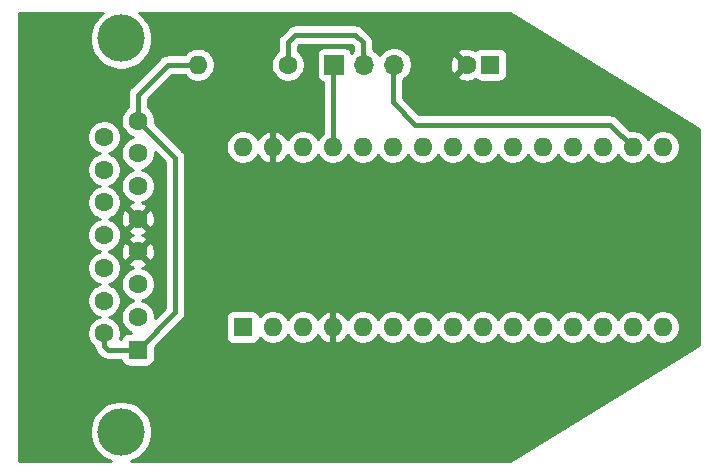
<source format=gbr>
%TF.GenerationSoftware,KiCad,Pcbnew,5.1.7*%
%TF.CreationDate,2020-11-23T17:15:20+01:00*%
%TF.ProjectId,gameport-adapter,67616d65-706f-4727-942d-616461707465,0.1*%
%TF.SameCoordinates,Original*%
%TF.FileFunction,Copper,L2,Bot*%
%TF.FilePolarity,Positive*%
%FSLAX46Y46*%
G04 Gerber Fmt 4.6, Leading zero omitted, Abs format (unit mm)*
G04 Created by KiCad (PCBNEW 5.1.7) date 2020-11-23 17:15:20*
%MOMM*%
%LPD*%
G01*
G04 APERTURE LIST*
%TA.AperFunction,ComponentPad*%
%ADD10O,1.600000X1.600000*%
%TD*%
%TA.AperFunction,ComponentPad*%
%ADD11C,1.600000*%
%TD*%
%TA.AperFunction,ComponentPad*%
%ADD12R,1.600000X1.600000*%
%TD*%
%TA.AperFunction,ComponentPad*%
%ADD13O,1.700000X1.700000*%
%TD*%
%TA.AperFunction,ComponentPad*%
%ADD14R,1.700000X1.700000*%
%TD*%
%TA.AperFunction,ComponentPad*%
%ADD15C,4.000000*%
%TD*%
%TA.AperFunction,Conductor*%
%ADD16C,0.450000*%
%TD*%
%TA.AperFunction,Conductor*%
%ADD17C,0.254000*%
%TD*%
%TA.AperFunction,Conductor*%
%ADD18C,0.100000*%
%TD*%
G04 APERTURE END LIST*
D10*
%TO.P,R1,2*%
%TO.N,VCC*%
X97790000Y-69215000D03*
D11*
%TO.P,R1,1*%
%TO.N,Net-(JP1-Pad2)*%
X105410000Y-69215000D03*
%TD*%
%TO.P,C1,2*%
%TO.N,GND*%
X120555000Y-69215000D03*
D12*
%TO.P,C1,1*%
%TO.N,Net-(A1-Pad18)*%
X122555000Y-69215000D03*
%TD*%
D13*
%TO.P,JP1,3*%
%TO.N,Net-(A1-Pad17)*%
X114427000Y-69215000D03*
%TO.P,JP1,2*%
%TO.N,Net-(JP1-Pad2)*%
X111887000Y-69215000D03*
D14*
%TO.P,JP1,1*%
%TO.N,Net-(A1-Pad27)*%
X109347000Y-69215000D03*
%TD*%
D10*
%TO.P,A1,16*%
%TO.N,N/C*%
X137160000Y-76200000D03*
%TO.P,A1,15*%
X137160000Y-91440000D03*
%TO.P,A1,30*%
X101600000Y-76200000D03*
%TO.P,A1,14*%
X134620000Y-91440000D03*
%TO.P,A1,29*%
%TO.N,GND*%
X104140000Y-76200000D03*
%TO.P,A1,13*%
%TO.N,N/C*%
X132080000Y-91440000D03*
%TO.P,A1,28*%
X106680000Y-76200000D03*
%TO.P,A1,12*%
X129540000Y-91440000D03*
%TO.P,A1,27*%
%TO.N,Net-(A1-Pad27)*%
X109220000Y-76200000D03*
%TO.P,A1,11*%
%TO.N,N/C*%
X127000000Y-91440000D03*
%TO.P,A1,26*%
X111760000Y-76200000D03*
%TO.P,A1,10*%
%TO.N,MIDI_RXD*%
X124460000Y-91440000D03*
%TO.P,A1,25*%
%TO.N,N/C*%
X114300000Y-76200000D03*
%TO.P,A1,9*%
%TO.N,Button_2*%
X121920000Y-91440000D03*
%TO.P,A1,24*%
%TO.N,N/C*%
X116840000Y-76200000D03*
%TO.P,A1,8*%
%TO.N,Button_4*%
X119380000Y-91440000D03*
%TO.P,A1,23*%
%TO.N,N/C*%
X119380000Y-76200000D03*
%TO.P,A1,7*%
%TO.N,MIDI_TXD*%
X116840000Y-91440000D03*
%TO.P,A1,22*%
%TO.N,AxisY_1*%
X121920000Y-76200000D03*
%TO.P,A1,6*%
%TO.N,Button_3*%
X114300000Y-91440000D03*
%TO.P,A1,21*%
%TO.N,AxisY_2*%
X124460000Y-76200000D03*
%TO.P,A1,5*%
%TO.N,Button_1*%
X111760000Y-91440000D03*
%TO.P,A1,20*%
%TO.N,AxisX_2*%
X127000000Y-76200000D03*
%TO.P,A1,4*%
%TO.N,GND*%
X109220000Y-91440000D03*
%TO.P,A1,19*%
%TO.N,AxisX_1*%
X129540000Y-76200000D03*
%TO.P,A1,3*%
%TO.N,N/C*%
X106680000Y-91440000D03*
%TO.P,A1,18*%
%TO.N,Net-(A1-Pad18)*%
X132080000Y-76200000D03*
%TO.P,A1,2*%
%TO.N,N/C*%
X104140000Y-91440000D03*
%TO.P,A1,17*%
%TO.N,Net-(A1-Pad17)*%
X134620000Y-76200000D03*
D12*
%TO.P,A1,1*%
%TO.N,N/C*%
X101600000Y-91440000D03*
%TD*%
D15*
%TO.P,CONN1,0*%
%TO.N,N/C*%
X91290000Y-100300000D03*
X91290000Y-67000000D03*
D11*
%TO.P,CONN1,15*%
%TO.N,MIDI_RXD*%
X89870000Y-75340000D03*
%TO.P,CONN1,14*%
%TO.N,Button_4*%
X89870000Y-78110000D03*
%TO.P,CONN1,13*%
%TO.N,AxisY_2*%
X89870000Y-80880000D03*
%TO.P,CONN1,12*%
%TO.N,MIDI_TXD*%
X89870000Y-83650000D03*
%TO.P,CONN1,11*%
%TO.N,AxisX_2*%
X89870000Y-86420000D03*
%TO.P,CONN1,10*%
%TO.N,Button_3*%
X89870000Y-89190000D03*
%TO.P,CONN1,9*%
%TO.N,VCC*%
X89870000Y-91960000D03*
%TO.P,CONN1,8*%
X92710000Y-73955000D03*
%TO.P,CONN1,7*%
%TO.N,Button_2*%
X92710000Y-76725000D03*
%TO.P,CONN1,6*%
%TO.N,AxisY_1*%
X92710000Y-79495000D03*
%TO.P,CONN1,5*%
%TO.N,GND*%
X92710000Y-82265000D03*
%TO.P,CONN1,4*%
X92710000Y-85035000D03*
%TO.P,CONN1,3*%
%TO.N,AxisX_1*%
X92710000Y-87805000D03*
%TO.P,CONN1,2*%
%TO.N,Button_1*%
X92710000Y-90575000D03*
D12*
%TO.P,CONN1,1*%
%TO.N,VCC*%
X92710000Y-93345000D03*
%TD*%
D16*
%TO.N,VCC*%
X89870000Y-91960000D02*
X89870000Y-93045000D01*
X90170000Y-93345000D02*
X92710000Y-93345000D01*
X89870000Y-93045000D02*
X90170000Y-93345000D01*
X92710000Y-73955000D02*
X95885000Y-77130000D01*
X95885000Y-90170000D02*
X92710000Y-93345000D01*
X95885000Y-77130000D02*
X95885000Y-90170000D01*
X97790000Y-69215000D02*
X95250000Y-69215000D01*
X92710000Y-71755000D02*
X92710000Y-73955000D01*
X95250000Y-69215000D02*
X92710000Y-71755000D01*
%TO.N,Net-(A1-Pad27)*%
X109220000Y-76200000D02*
X109220000Y-69215000D01*
%TO.N,Net-(A1-Pad17)*%
X132715000Y-74295000D02*
X134620000Y-76200000D01*
X116205000Y-74295000D02*
X132715000Y-74295000D01*
X114300000Y-72390000D02*
X116205000Y-74295000D01*
X114300000Y-72390000D02*
X114300000Y-69215000D01*
%TO.N,Net-(JP1-Pad2)*%
X111760000Y-67310000D02*
X111760000Y-69215000D01*
X111125000Y-66675000D02*
X111760000Y-67310000D01*
X105410000Y-67310000D02*
X106045000Y-66675000D01*
X106045000Y-66675000D02*
X111125000Y-66675000D01*
X105410000Y-69215000D02*
X105410000Y-67310000D01*
%TD*%
D17*
%TO.N,GND*%
X89610285Y-64953262D02*
X89243262Y-65320285D01*
X88954893Y-65751859D01*
X88756261Y-66231399D01*
X88655000Y-66740475D01*
X88655000Y-67259525D01*
X88756261Y-67768601D01*
X88954893Y-68248141D01*
X89243262Y-68679715D01*
X89610285Y-69046738D01*
X90041859Y-69335107D01*
X90521399Y-69533739D01*
X91030475Y-69635000D01*
X91549525Y-69635000D01*
X92058601Y-69533739D01*
X92538141Y-69335107D01*
X92969715Y-69046738D01*
X93336738Y-68679715D01*
X93625107Y-68248141D01*
X93823739Y-67768601D01*
X93925000Y-67259525D01*
X93925000Y-66740475D01*
X93823739Y-66231399D01*
X93625107Y-65751859D01*
X93336738Y-65320285D01*
X92969715Y-64953262D01*
X92807690Y-64845000D01*
X124259041Y-64845000D01*
X140260000Y-74691744D01*
X140260001Y-92948255D01*
X124259041Y-102795000D01*
X92152125Y-102795000D01*
X92538141Y-102635107D01*
X92969715Y-102346738D01*
X93336738Y-101979715D01*
X93625107Y-101548141D01*
X93823739Y-101068601D01*
X93925000Y-100559525D01*
X93925000Y-100040475D01*
X93823739Y-99531399D01*
X93625107Y-99051859D01*
X93336738Y-98620285D01*
X92969715Y-98253262D01*
X92538141Y-97964893D01*
X92058601Y-97766261D01*
X91549525Y-97665000D01*
X91030475Y-97665000D01*
X90521399Y-97766261D01*
X90041859Y-97964893D01*
X89610285Y-98253262D01*
X89243262Y-98620285D01*
X88954893Y-99051859D01*
X88756261Y-99531399D01*
X88655000Y-100040475D01*
X88655000Y-100559525D01*
X88756261Y-101068601D01*
X88954893Y-101548141D01*
X89243262Y-101979715D01*
X89610285Y-102346738D01*
X90041859Y-102635107D01*
X90427875Y-102795000D01*
X82625000Y-102795000D01*
X82625000Y-75198665D01*
X88435000Y-75198665D01*
X88435000Y-75481335D01*
X88490147Y-75758574D01*
X88598320Y-76019727D01*
X88755363Y-76254759D01*
X88955241Y-76454637D01*
X89190273Y-76611680D01*
X89451426Y-76719853D01*
X89477301Y-76725000D01*
X89451426Y-76730147D01*
X89190273Y-76838320D01*
X88955241Y-76995363D01*
X88755363Y-77195241D01*
X88598320Y-77430273D01*
X88490147Y-77691426D01*
X88435000Y-77968665D01*
X88435000Y-78251335D01*
X88490147Y-78528574D01*
X88598320Y-78789727D01*
X88755363Y-79024759D01*
X88955241Y-79224637D01*
X89190273Y-79381680D01*
X89451426Y-79489853D01*
X89477301Y-79495000D01*
X89451426Y-79500147D01*
X89190273Y-79608320D01*
X88955241Y-79765363D01*
X88755363Y-79965241D01*
X88598320Y-80200273D01*
X88490147Y-80461426D01*
X88435000Y-80738665D01*
X88435000Y-81021335D01*
X88490147Y-81298574D01*
X88598320Y-81559727D01*
X88755363Y-81794759D01*
X88955241Y-81994637D01*
X89190273Y-82151680D01*
X89451426Y-82259853D01*
X89477301Y-82265000D01*
X89451426Y-82270147D01*
X89190273Y-82378320D01*
X88955241Y-82535363D01*
X88755363Y-82735241D01*
X88598320Y-82970273D01*
X88490147Y-83231426D01*
X88435000Y-83508665D01*
X88435000Y-83791335D01*
X88490147Y-84068574D01*
X88598320Y-84329727D01*
X88755363Y-84564759D01*
X88955241Y-84764637D01*
X89190273Y-84921680D01*
X89451426Y-85029853D01*
X89477301Y-85035000D01*
X89451426Y-85040147D01*
X89190273Y-85148320D01*
X88955241Y-85305363D01*
X88755363Y-85505241D01*
X88598320Y-85740273D01*
X88490147Y-86001426D01*
X88435000Y-86278665D01*
X88435000Y-86561335D01*
X88490147Y-86838574D01*
X88598320Y-87099727D01*
X88755363Y-87334759D01*
X88955241Y-87534637D01*
X89190273Y-87691680D01*
X89451426Y-87799853D01*
X89477301Y-87805000D01*
X89451426Y-87810147D01*
X89190273Y-87918320D01*
X88955241Y-88075363D01*
X88755363Y-88275241D01*
X88598320Y-88510273D01*
X88490147Y-88771426D01*
X88435000Y-89048665D01*
X88435000Y-89331335D01*
X88490147Y-89608574D01*
X88598320Y-89869727D01*
X88755363Y-90104759D01*
X88955241Y-90304637D01*
X89190273Y-90461680D01*
X89451426Y-90569853D01*
X89477301Y-90575000D01*
X89451426Y-90580147D01*
X89190273Y-90688320D01*
X88955241Y-90845363D01*
X88755363Y-91045241D01*
X88598320Y-91280273D01*
X88490147Y-91541426D01*
X88435000Y-91818665D01*
X88435000Y-92101335D01*
X88490147Y-92378574D01*
X88598320Y-92639727D01*
X88755363Y-92874759D01*
X88955241Y-93074637D01*
X89012529Y-93112915D01*
X89022444Y-93213589D01*
X89060746Y-93339853D01*
X89071620Y-93375700D01*
X89151477Y-93525102D01*
X89258947Y-93656054D01*
X89291760Y-93682983D01*
X89532012Y-93923235D01*
X89558946Y-93956054D01*
X89689898Y-94063524D01*
X89839300Y-94143381D01*
X89963680Y-94181111D01*
X90001410Y-94192556D01*
X90018558Y-94194245D01*
X90127754Y-94205000D01*
X90127760Y-94205000D01*
X90169999Y-94209160D01*
X90212238Y-94205000D01*
X91277837Y-94205000D01*
X91284188Y-94269482D01*
X91320498Y-94389180D01*
X91379463Y-94499494D01*
X91458815Y-94596185D01*
X91555506Y-94675537D01*
X91665820Y-94734502D01*
X91785518Y-94770812D01*
X91910000Y-94783072D01*
X93510000Y-94783072D01*
X93634482Y-94770812D01*
X93754180Y-94734502D01*
X93864494Y-94675537D01*
X93961185Y-94596185D01*
X94040537Y-94499494D01*
X94099502Y-94389180D01*
X94135812Y-94269482D01*
X94148072Y-94145000D01*
X94148072Y-93123151D01*
X96463241Y-90807983D01*
X96496054Y-90781054D01*
X96603524Y-90650102D01*
X96608923Y-90640000D01*
X100161928Y-90640000D01*
X100161928Y-92240000D01*
X100174188Y-92364482D01*
X100210498Y-92484180D01*
X100269463Y-92594494D01*
X100348815Y-92691185D01*
X100445506Y-92770537D01*
X100555820Y-92829502D01*
X100675518Y-92865812D01*
X100800000Y-92878072D01*
X102400000Y-92878072D01*
X102524482Y-92865812D01*
X102644180Y-92829502D01*
X102754494Y-92770537D01*
X102851185Y-92691185D01*
X102930537Y-92594494D01*
X102989502Y-92484180D01*
X103025812Y-92364482D01*
X103026643Y-92356039D01*
X103225241Y-92554637D01*
X103460273Y-92711680D01*
X103721426Y-92819853D01*
X103998665Y-92875000D01*
X104281335Y-92875000D01*
X104558574Y-92819853D01*
X104819727Y-92711680D01*
X105054759Y-92554637D01*
X105254637Y-92354759D01*
X105410000Y-92122241D01*
X105565363Y-92354759D01*
X105765241Y-92554637D01*
X106000273Y-92711680D01*
X106261426Y-92819853D01*
X106538665Y-92875000D01*
X106821335Y-92875000D01*
X107098574Y-92819853D01*
X107359727Y-92711680D01*
X107594759Y-92554637D01*
X107794637Y-92354759D01*
X107951680Y-92119727D01*
X107956067Y-92109135D01*
X108067615Y-92295131D01*
X108256586Y-92503519D01*
X108482580Y-92671037D01*
X108736913Y-92791246D01*
X108870961Y-92831904D01*
X109093000Y-92709915D01*
X109093000Y-91567000D01*
X109073000Y-91567000D01*
X109073000Y-91313000D01*
X109093000Y-91313000D01*
X109093000Y-90170085D01*
X109347000Y-90170085D01*
X109347000Y-91313000D01*
X109367000Y-91313000D01*
X109367000Y-91567000D01*
X109347000Y-91567000D01*
X109347000Y-92709915D01*
X109569039Y-92831904D01*
X109703087Y-92791246D01*
X109957420Y-92671037D01*
X110183414Y-92503519D01*
X110372385Y-92295131D01*
X110483933Y-92109135D01*
X110488320Y-92119727D01*
X110645363Y-92354759D01*
X110845241Y-92554637D01*
X111080273Y-92711680D01*
X111341426Y-92819853D01*
X111618665Y-92875000D01*
X111901335Y-92875000D01*
X112178574Y-92819853D01*
X112439727Y-92711680D01*
X112674759Y-92554637D01*
X112874637Y-92354759D01*
X113030000Y-92122241D01*
X113185363Y-92354759D01*
X113385241Y-92554637D01*
X113620273Y-92711680D01*
X113881426Y-92819853D01*
X114158665Y-92875000D01*
X114441335Y-92875000D01*
X114718574Y-92819853D01*
X114979727Y-92711680D01*
X115214759Y-92554637D01*
X115414637Y-92354759D01*
X115570000Y-92122241D01*
X115725363Y-92354759D01*
X115925241Y-92554637D01*
X116160273Y-92711680D01*
X116421426Y-92819853D01*
X116698665Y-92875000D01*
X116981335Y-92875000D01*
X117258574Y-92819853D01*
X117519727Y-92711680D01*
X117754759Y-92554637D01*
X117954637Y-92354759D01*
X118110000Y-92122241D01*
X118265363Y-92354759D01*
X118465241Y-92554637D01*
X118700273Y-92711680D01*
X118961426Y-92819853D01*
X119238665Y-92875000D01*
X119521335Y-92875000D01*
X119798574Y-92819853D01*
X120059727Y-92711680D01*
X120294759Y-92554637D01*
X120494637Y-92354759D01*
X120650000Y-92122241D01*
X120805363Y-92354759D01*
X121005241Y-92554637D01*
X121240273Y-92711680D01*
X121501426Y-92819853D01*
X121778665Y-92875000D01*
X122061335Y-92875000D01*
X122338574Y-92819853D01*
X122599727Y-92711680D01*
X122834759Y-92554637D01*
X123034637Y-92354759D01*
X123190000Y-92122241D01*
X123345363Y-92354759D01*
X123545241Y-92554637D01*
X123780273Y-92711680D01*
X124041426Y-92819853D01*
X124318665Y-92875000D01*
X124601335Y-92875000D01*
X124878574Y-92819853D01*
X125139727Y-92711680D01*
X125374759Y-92554637D01*
X125574637Y-92354759D01*
X125730000Y-92122241D01*
X125885363Y-92354759D01*
X126085241Y-92554637D01*
X126320273Y-92711680D01*
X126581426Y-92819853D01*
X126858665Y-92875000D01*
X127141335Y-92875000D01*
X127418574Y-92819853D01*
X127679727Y-92711680D01*
X127914759Y-92554637D01*
X128114637Y-92354759D01*
X128270000Y-92122241D01*
X128425363Y-92354759D01*
X128625241Y-92554637D01*
X128860273Y-92711680D01*
X129121426Y-92819853D01*
X129398665Y-92875000D01*
X129681335Y-92875000D01*
X129958574Y-92819853D01*
X130219727Y-92711680D01*
X130454759Y-92554637D01*
X130654637Y-92354759D01*
X130810000Y-92122241D01*
X130965363Y-92354759D01*
X131165241Y-92554637D01*
X131400273Y-92711680D01*
X131661426Y-92819853D01*
X131938665Y-92875000D01*
X132221335Y-92875000D01*
X132498574Y-92819853D01*
X132759727Y-92711680D01*
X132994759Y-92554637D01*
X133194637Y-92354759D01*
X133350000Y-92122241D01*
X133505363Y-92354759D01*
X133705241Y-92554637D01*
X133940273Y-92711680D01*
X134201426Y-92819853D01*
X134478665Y-92875000D01*
X134761335Y-92875000D01*
X135038574Y-92819853D01*
X135299727Y-92711680D01*
X135534759Y-92554637D01*
X135734637Y-92354759D01*
X135890000Y-92122241D01*
X136045363Y-92354759D01*
X136245241Y-92554637D01*
X136480273Y-92711680D01*
X136741426Y-92819853D01*
X137018665Y-92875000D01*
X137301335Y-92875000D01*
X137578574Y-92819853D01*
X137839727Y-92711680D01*
X138074759Y-92554637D01*
X138274637Y-92354759D01*
X138431680Y-92119727D01*
X138539853Y-91858574D01*
X138595000Y-91581335D01*
X138595000Y-91298665D01*
X138539853Y-91021426D01*
X138431680Y-90760273D01*
X138274637Y-90525241D01*
X138074759Y-90325363D01*
X137839727Y-90168320D01*
X137578574Y-90060147D01*
X137301335Y-90005000D01*
X137018665Y-90005000D01*
X136741426Y-90060147D01*
X136480273Y-90168320D01*
X136245241Y-90325363D01*
X136045363Y-90525241D01*
X135890000Y-90757759D01*
X135734637Y-90525241D01*
X135534759Y-90325363D01*
X135299727Y-90168320D01*
X135038574Y-90060147D01*
X134761335Y-90005000D01*
X134478665Y-90005000D01*
X134201426Y-90060147D01*
X133940273Y-90168320D01*
X133705241Y-90325363D01*
X133505363Y-90525241D01*
X133350000Y-90757759D01*
X133194637Y-90525241D01*
X132994759Y-90325363D01*
X132759727Y-90168320D01*
X132498574Y-90060147D01*
X132221335Y-90005000D01*
X131938665Y-90005000D01*
X131661426Y-90060147D01*
X131400273Y-90168320D01*
X131165241Y-90325363D01*
X130965363Y-90525241D01*
X130810000Y-90757759D01*
X130654637Y-90525241D01*
X130454759Y-90325363D01*
X130219727Y-90168320D01*
X129958574Y-90060147D01*
X129681335Y-90005000D01*
X129398665Y-90005000D01*
X129121426Y-90060147D01*
X128860273Y-90168320D01*
X128625241Y-90325363D01*
X128425363Y-90525241D01*
X128270000Y-90757759D01*
X128114637Y-90525241D01*
X127914759Y-90325363D01*
X127679727Y-90168320D01*
X127418574Y-90060147D01*
X127141335Y-90005000D01*
X126858665Y-90005000D01*
X126581426Y-90060147D01*
X126320273Y-90168320D01*
X126085241Y-90325363D01*
X125885363Y-90525241D01*
X125730000Y-90757759D01*
X125574637Y-90525241D01*
X125374759Y-90325363D01*
X125139727Y-90168320D01*
X124878574Y-90060147D01*
X124601335Y-90005000D01*
X124318665Y-90005000D01*
X124041426Y-90060147D01*
X123780273Y-90168320D01*
X123545241Y-90325363D01*
X123345363Y-90525241D01*
X123190000Y-90757759D01*
X123034637Y-90525241D01*
X122834759Y-90325363D01*
X122599727Y-90168320D01*
X122338574Y-90060147D01*
X122061335Y-90005000D01*
X121778665Y-90005000D01*
X121501426Y-90060147D01*
X121240273Y-90168320D01*
X121005241Y-90325363D01*
X120805363Y-90525241D01*
X120650000Y-90757759D01*
X120494637Y-90525241D01*
X120294759Y-90325363D01*
X120059727Y-90168320D01*
X119798574Y-90060147D01*
X119521335Y-90005000D01*
X119238665Y-90005000D01*
X118961426Y-90060147D01*
X118700273Y-90168320D01*
X118465241Y-90325363D01*
X118265363Y-90525241D01*
X118110000Y-90757759D01*
X117954637Y-90525241D01*
X117754759Y-90325363D01*
X117519727Y-90168320D01*
X117258574Y-90060147D01*
X116981335Y-90005000D01*
X116698665Y-90005000D01*
X116421426Y-90060147D01*
X116160273Y-90168320D01*
X115925241Y-90325363D01*
X115725363Y-90525241D01*
X115570000Y-90757759D01*
X115414637Y-90525241D01*
X115214759Y-90325363D01*
X114979727Y-90168320D01*
X114718574Y-90060147D01*
X114441335Y-90005000D01*
X114158665Y-90005000D01*
X113881426Y-90060147D01*
X113620273Y-90168320D01*
X113385241Y-90325363D01*
X113185363Y-90525241D01*
X113030000Y-90757759D01*
X112874637Y-90525241D01*
X112674759Y-90325363D01*
X112439727Y-90168320D01*
X112178574Y-90060147D01*
X111901335Y-90005000D01*
X111618665Y-90005000D01*
X111341426Y-90060147D01*
X111080273Y-90168320D01*
X110845241Y-90325363D01*
X110645363Y-90525241D01*
X110488320Y-90760273D01*
X110483933Y-90770865D01*
X110372385Y-90584869D01*
X110183414Y-90376481D01*
X109957420Y-90208963D01*
X109703087Y-90088754D01*
X109569039Y-90048096D01*
X109347000Y-90170085D01*
X109093000Y-90170085D01*
X108870961Y-90048096D01*
X108736913Y-90088754D01*
X108482580Y-90208963D01*
X108256586Y-90376481D01*
X108067615Y-90584869D01*
X107956067Y-90770865D01*
X107951680Y-90760273D01*
X107794637Y-90525241D01*
X107594759Y-90325363D01*
X107359727Y-90168320D01*
X107098574Y-90060147D01*
X106821335Y-90005000D01*
X106538665Y-90005000D01*
X106261426Y-90060147D01*
X106000273Y-90168320D01*
X105765241Y-90325363D01*
X105565363Y-90525241D01*
X105410000Y-90757759D01*
X105254637Y-90525241D01*
X105054759Y-90325363D01*
X104819727Y-90168320D01*
X104558574Y-90060147D01*
X104281335Y-90005000D01*
X103998665Y-90005000D01*
X103721426Y-90060147D01*
X103460273Y-90168320D01*
X103225241Y-90325363D01*
X103026643Y-90523961D01*
X103025812Y-90515518D01*
X102989502Y-90395820D01*
X102930537Y-90285506D01*
X102851185Y-90188815D01*
X102754494Y-90109463D01*
X102644180Y-90050498D01*
X102524482Y-90014188D01*
X102400000Y-90001928D01*
X100800000Y-90001928D01*
X100675518Y-90014188D01*
X100555820Y-90050498D01*
X100445506Y-90109463D01*
X100348815Y-90188815D01*
X100269463Y-90285506D01*
X100210498Y-90395820D01*
X100174188Y-90515518D01*
X100161928Y-90640000D01*
X96608923Y-90640000D01*
X96683381Y-90500700D01*
X96732556Y-90338589D01*
X96745000Y-90212246D01*
X96745000Y-90212240D01*
X96749160Y-90170001D01*
X96745000Y-90127762D01*
X96745000Y-77172238D01*
X96749160Y-77129999D01*
X96745000Y-77087760D01*
X96745000Y-77087754D01*
X96732556Y-76961411D01*
X96683381Y-76799300D01*
X96603524Y-76649898D01*
X96496054Y-76518946D01*
X96463242Y-76492018D01*
X96029889Y-76058665D01*
X100165000Y-76058665D01*
X100165000Y-76341335D01*
X100220147Y-76618574D01*
X100328320Y-76879727D01*
X100485363Y-77114759D01*
X100685241Y-77314637D01*
X100920273Y-77471680D01*
X101181426Y-77579853D01*
X101458665Y-77635000D01*
X101741335Y-77635000D01*
X102018574Y-77579853D01*
X102279727Y-77471680D01*
X102514759Y-77314637D01*
X102714637Y-77114759D01*
X102871680Y-76879727D01*
X102876067Y-76869135D01*
X102987615Y-77055131D01*
X103176586Y-77263519D01*
X103402580Y-77431037D01*
X103656913Y-77551246D01*
X103790961Y-77591904D01*
X104013000Y-77469915D01*
X104013000Y-76327000D01*
X103993000Y-76327000D01*
X103993000Y-76073000D01*
X104013000Y-76073000D01*
X104013000Y-74930085D01*
X103790961Y-74808096D01*
X103656913Y-74848754D01*
X103402580Y-74968963D01*
X103176586Y-75136481D01*
X102987615Y-75344869D01*
X102876067Y-75530865D01*
X102871680Y-75520273D01*
X102714637Y-75285241D01*
X102514759Y-75085363D01*
X102279727Y-74928320D01*
X102018574Y-74820147D01*
X101741335Y-74765000D01*
X101458665Y-74765000D01*
X101181426Y-74820147D01*
X100920273Y-74928320D01*
X100685241Y-75085363D01*
X100485363Y-75285241D01*
X100328320Y-75520273D01*
X100220147Y-75781426D01*
X100165000Y-76058665D01*
X96029889Y-76058665D01*
X94132151Y-74160928D01*
X94145000Y-74096335D01*
X94145000Y-73813665D01*
X94089853Y-73536426D01*
X93981680Y-73275273D01*
X93824637Y-73040241D01*
X93624759Y-72840363D01*
X93570000Y-72803774D01*
X93570000Y-72111223D01*
X95606223Y-70075000D01*
X96638774Y-70075000D01*
X96675363Y-70129759D01*
X96875241Y-70329637D01*
X97110273Y-70486680D01*
X97371426Y-70594853D01*
X97648665Y-70650000D01*
X97931335Y-70650000D01*
X98208574Y-70594853D01*
X98469727Y-70486680D01*
X98704759Y-70329637D01*
X98904637Y-70129759D01*
X99061680Y-69894727D01*
X99169853Y-69633574D01*
X99225000Y-69356335D01*
X99225000Y-69073665D01*
X103975000Y-69073665D01*
X103975000Y-69356335D01*
X104030147Y-69633574D01*
X104138320Y-69894727D01*
X104295363Y-70129759D01*
X104495241Y-70329637D01*
X104730273Y-70486680D01*
X104991426Y-70594853D01*
X105268665Y-70650000D01*
X105551335Y-70650000D01*
X105828574Y-70594853D01*
X106089727Y-70486680D01*
X106324759Y-70329637D01*
X106524637Y-70129759D01*
X106681680Y-69894727D01*
X106789853Y-69633574D01*
X106845000Y-69356335D01*
X106845000Y-69073665D01*
X106789853Y-68796426D01*
X106681680Y-68535273D01*
X106524637Y-68300241D01*
X106324759Y-68100363D01*
X106270000Y-68063774D01*
X106270000Y-67666223D01*
X106401224Y-67535000D01*
X110768777Y-67535000D01*
X110900000Y-67666224D01*
X110900000Y-68101893D01*
X110808513Y-68193380D01*
X110786502Y-68120820D01*
X110727537Y-68010506D01*
X110648185Y-67913815D01*
X110551494Y-67834463D01*
X110441180Y-67775498D01*
X110321482Y-67739188D01*
X110197000Y-67726928D01*
X108497000Y-67726928D01*
X108372518Y-67739188D01*
X108252820Y-67775498D01*
X108142506Y-67834463D01*
X108045815Y-67913815D01*
X107966463Y-68010506D01*
X107907498Y-68120820D01*
X107871188Y-68240518D01*
X107858928Y-68365000D01*
X107858928Y-70065000D01*
X107871188Y-70189482D01*
X107907498Y-70309180D01*
X107966463Y-70419494D01*
X108045815Y-70516185D01*
X108142506Y-70595537D01*
X108252820Y-70654502D01*
X108360001Y-70687015D01*
X108360000Y-75048774D01*
X108305241Y-75085363D01*
X108105363Y-75285241D01*
X107950000Y-75517759D01*
X107794637Y-75285241D01*
X107594759Y-75085363D01*
X107359727Y-74928320D01*
X107098574Y-74820147D01*
X106821335Y-74765000D01*
X106538665Y-74765000D01*
X106261426Y-74820147D01*
X106000273Y-74928320D01*
X105765241Y-75085363D01*
X105565363Y-75285241D01*
X105408320Y-75520273D01*
X105403933Y-75530865D01*
X105292385Y-75344869D01*
X105103414Y-75136481D01*
X104877420Y-74968963D01*
X104623087Y-74848754D01*
X104489039Y-74808096D01*
X104267000Y-74930085D01*
X104267000Y-76073000D01*
X104287000Y-76073000D01*
X104287000Y-76327000D01*
X104267000Y-76327000D01*
X104267000Y-77469915D01*
X104489039Y-77591904D01*
X104623087Y-77551246D01*
X104877420Y-77431037D01*
X105103414Y-77263519D01*
X105292385Y-77055131D01*
X105403933Y-76869135D01*
X105408320Y-76879727D01*
X105565363Y-77114759D01*
X105765241Y-77314637D01*
X106000273Y-77471680D01*
X106261426Y-77579853D01*
X106538665Y-77635000D01*
X106821335Y-77635000D01*
X107098574Y-77579853D01*
X107359727Y-77471680D01*
X107594759Y-77314637D01*
X107794637Y-77114759D01*
X107950000Y-76882241D01*
X108105363Y-77114759D01*
X108305241Y-77314637D01*
X108540273Y-77471680D01*
X108801426Y-77579853D01*
X109078665Y-77635000D01*
X109361335Y-77635000D01*
X109638574Y-77579853D01*
X109899727Y-77471680D01*
X110134759Y-77314637D01*
X110334637Y-77114759D01*
X110490000Y-76882241D01*
X110645363Y-77114759D01*
X110845241Y-77314637D01*
X111080273Y-77471680D01*
X111341426Y-77579853D01*
X111618665Y-77635000D01*
X111901335Y-77635000D01*
X112178574Y-77579853D01*
X112439727Y-77471680D01*
X112674759Y-77314637D01*
X112874637Y-77114759D01*
X113030000Y-76882241D01*
X113185363Y-77114759D01*
X113385241Y-77314637D01*
X113620273Y-77471680D01*
X113881426Y-77579853D01*
X114158665Y-77635000D01*
X114441335Y-77635000D01*
X114718574Y-77579853D01*
X114979727Y-77471680D01*
X115214759Y-77314637D01*
X115414637Y-77114759D01*
X115570000Y-76882241D01*
X115725363Y-77114759D01*
X115925241Y-77314637D01*
X116160273Y-77471680D01*
X116421426Y-77579853D01*
X116698665Y-77635000D01*
X116981335Y-77635000D01*
X117258574Y-77579853D01*
X117519727Y-77471680D01*
X117754759Y-77314637D01*
X117954637Y-77114759D01*
X118110000Y-76882241D01*
X118265363Y-77114759D01*
X118465241Y-77314637D01*
X118700273Y-77471680D01*
X118961426Y-77579853D01*
X119238665Y-77635000D01*
X119521335Y-77635000D01*
X119798574Y-77579853D01*
X120059727Y-77471680D01*
X120294759Y-77314637D01*
X120494637Y-77114759D01*
X120650000Y-76882241D01*
X120805363Y-77114759D01*
X121005241Y-77314637D01*
X121240273Y-77471680D01*
X121501426Y-77579853D01*
X121778665Y-77635000D01*
X122061335Y-77635000D01*
X122338574Y-77579853D01*
X122599727Y-77471680D01*
X122834759Y-77314637D01*
X123034637Y-77114759D01*
X123190000Y-76882241D01*
X123345363Y-77114759D01*
X123545241Y-77314637D01*
X123780273Y-77471680D01*
X124041426Y-77579853D01*
X124318665Y-77635000D01*
X124601335Y-77635000D01*
X124878574Y-77579853D01*
X125139727Y-77471680D01*
X125374759Y-77314637D01*
X125574637Y-77114759D01*
X125730000Y-76882241D01*
X125885363Y-77114759D01*
X126085241Y-77314637D01*
X126320273Y-77471680D01*
X126581426Y-77579853D01*
X126858665Y-77635000D01*
X127141335Y-77635000D01*
X127418574Y-77579853D01*
X127679727Y-77471680D01*
X127914759Y-77314637D01*
X128114637Y-77114759D01*
X128270000Y-76882241D01*
X128425363Y-77114759D01*
X128625241Y-77314637D01*
X128860273Y-77471680D01*
X129121426Y-77579853D01*
X129398665Y-77635000D01*
X129681335Y-77635000D01*
X129958574Y-77579853D01*
X130219727Y-77471680D01*
X130454759Y-77314637D01*
X130654637Y-77114759D01*
X130810000Y-76882241D01*
X130965363Y-77114759D01*
X131165241Y-77314637D01*
X131400273Y-77471680D01*
X131661426Y-77579853D01*
X131938665Y-77635000D01*
X132221335Y-77635000D01*
X132498574Y-77579853D01*
X132759727Y-77471680D01*
X132994759Y-77314637D01*
X133194637Y-77114759D01*
X133350000Y-76882241D01*
X133505363Y-77114759D01*
X133705241Y-77314637D01*
X133940273Y-77471680D01*
X134201426Y-77579853D01*
X134478665Y-77635000D01*
X134761335Y-77635000D01*
X135038574Y-77579853D01*
X135299727Y-77471680D01*
X135534759Y-77314637D01*
X135734637Y-77114759D01*
X135890000Y-76882241D01*
X136045363Y-77114759D01*
X136245241Y-77314637D01*
X136480273Y-77471680D01*
X136741426Y-77579853D01*
X137018665Y-77635000D01*
X137301335Y-77635000D01*
X137578574Y-77579853D01*
X137839727Y-77471680D01*
X138074759Y-77314637D01*
X138274637Y-77114759D01*
X138431680Y-76879727D01*
X138539853Y-76618574D01*
X138595000Y-76341335D01*
X138595000Y-76058665D01*
X138539853Y-75781426D01*
X138431680Y-75520273D01*
X138274637Y-75285241D01*
X138074759Y-75085363D01*
X137839727Y-74928320D01*
X137578574Y-74820147D01*
X137301335Y-74765000D01*
X137018665Y-74765000D01*
X136741426Y-74820147D01*
X136480273Y-74928320D01*
X136245241Y-75085363D01*
X136045363Y-75285241D01*
X135890000Y-75517759D01*
X135734637Y-75285241D01*
X135534759Y-75085363D01*
X135299727Y-74928320D01*
X135038574Y-74820147D01*
X134761335Y-74765000D01*
X134478665Y-74765000D01*
X134414072Y-74777849D01*
X133352988Y-73716765D01*
X133326054Y-73683946D01*
X133195102Y-73576476D01*
X133045700Y-73496619D01*
X132883589Y-73447444D01*
X132757246Y-73435000D01*
X132757239Y-73435000D01*
X132715000Y-73430840D01*
X132672761Y-73435000D01*
X116561224Y-73435000D01*
X115160000Y-72033777D01*
X115160000Y-70511219D01*
X115373632Y-70368475D01*
X115580475Y-70161632D01*
X115742990Y-69918411D01*
X115854932Y-69648158D01*
X115912000Y-69361260D01*
X115912000Y-69285512D01*
X119114783Y-69285512D01*
X119156213Y-69565130D01*
X119251397Y-69831292D01*
X119318329Y-69956514D01*
X119562298Y-70028097D01*
X120375395Y-69215000D01*
X119562298Y-68401903D01*
X119318329Y-68473486D01*
X119197429Y-68728996D01*
X119128700Y-69003184D01*
X119114783Y-69285512D01*
X115912000Y-69285512D01*
X115912000Y-69068740D01*
X115854932Y-68781842D01*
X115742990Y-68511589D01*
X115580475Y-68268368D01*
X115534405Y-68222298D01*
X119741903Y-68222298D01*
X120555000Y-69035395D01*
X120569143Y-69021253D01*
X120748748Y-69200858D01*
X120734605Y-69215000D01*
X120748748Y-69229143D01*
X120569143Y-69408748D01*
X120555000Y-69394605D01*
X119741903Y-70207702D01*
X119813486Y-70451671D01*
X120068996Y-70572571D01*
X120343184Y-70641300D01*
X120625512Y-70655217D01*
X120905130Y-70613787D01*
X121171292Y-70518603D01*
X121293309Y-70453384D01*
X121303815Y-70466185D01*
X121400506Y-70545537D01*
X121510820Y-70604502D01*
X121630518Y-70640812D01*
X121755000Y-70653072D01*
X123355000Y-70653072D01*
X123479482Y-70640812D01*
X123599180Y-70604502D01*
X123709494Y-70545537D01*
X123806185Y-70466185D01*
X123885537Y-70369494D01*
X123944502Y-70259180D01*
X123980812Y-70139482D01*
X123993072Y-70015000D01*
X123993072Y-68415000D01*
X123980812Y-68290518D01*
X123944502Y-68170820D01*
X123885537Y-68060506D01*
X123806185Y-67963815D01*
X123709494Y-67884463D01*
X123599180Y-67825498D01*
X123479482Y-67789188D01*
X123355000Y-67776928D01*
X121755000Y-67776928D01*
X121630518Y-67789188D01*
X121510820Y-67825498D01*
X121400506Y-67884463D01*
X121303815Y-67963815D01*
X121293193Y-67976758D01*
X121041004Y-67857429D01*
X120766816Y-67788700D01*
X120484488Y-67774783D01*
X120204870Y-67816213D01*
X119938708Y-67911397D01*
X119813486Y-67978329D01*
X119741903Y-68222298D01*
X115534405Y-68222298D01*
X115373632Y-68061525D01*
X115130411Y-67899010D01*
X114860158Y-67787068D01*
X114573260Y-67730000D01*
X114280740Y-67730000D01*
X113993842Y-67787068D01*
X113723589Y-67899010D01*
X113480368Y-68061525D01*
X113273525Y-68268368D01*
X113157000Y-68442760D01*
X113040475Y-68268368D01*
X112833632Y-68061525D01*
X112620000Y-67918781D01*
X112620000Y-67352246D01*
X112624161Y-67310000D01*
X112607556Y-67141410D01*
X112558381Y-66979299D01*
X112530564Y-66927259D01*
X112478524Y-66829898D01*
X112371054Y-66698946D01*
X112338241Y-66672017D01*
X111762987Y-66096764D01*
X111736054Y-66063946D01*
X111605102Y-65956476D01*
X111455700Y-65876619D01*
X111293589Y-65827444D01*
X111167246Y-65815000D01*
X111167239Y-65815000D01*
X111125000Y-65810840D01*
X111082761Y-65815000D01*
X106087246Y-65815000D01*
X106045000Y-65810839D01*
X105876410Y-65827444D01*
X105714299Y-65876619D01*
X105662259Y-65904436D01*
X105564898Y-65956476D01*
X105433946Y-66063946D01*
X105407016Y-66096760D01*
X104831760Y-66672017D01*
X104798947Y-66698946D01*
X104772018Y-66731759D01*
X104772016Y-66731761D01*
X104691477Y-66829898D01*
X104611620Y-66979300D01*
X104562444Y-67141411D01*
X104545840Y-67310000D01*
X104550001Y-67352248D01*
X104550001Y-68063774D01*
X104495241Y-68100363D01*
X104295363Y-68300241D01*
X104138320Y-68535273D01*
X104030147Y-68796426D01*
X103975000Y-69073665D01*
X99225000Y-69073665D01*
X99169853Y-68796426D01*
X99061680Y-68535273D01*
X98904637Y-68300241D01*
X98704759Y-68100363D01*
X98469727Y-67943320D01*
X98208574Y-67835147D01*
X97931335Y-67780000D01*
X97648665Y-67780000D01*
X97371426Y-67835147D01*
X97110273Y-67943320D01*
X96875241Y-68100363D01*
X96675363Y-68300241D01*
X96638774Y-68355000D01*
X95292238Y-68355000D01*
X95249999Y-68350840D01*
X95207760Y-68355000D01*
X95207754Y-68355000D01*
X95112538Y-68364378D01*
X95081409Y-68367444D01*
X95005950Y-68390335D01*
X94919300Y-68416619D01*
X94769898Y-68496476D01*
X94638946Y-68603946D01*
X94612012Y-68636765D01*
X92131765Y-71117012D01*
X92098946Y-71143946D01*
X91991476Y-71274899D01*
X91911619Y-71424301D01*
X91862444Y-71586412D01*
X91850000Y-71712755D01*
X91850000Y-71712761D01*
X91845840Y-71755000D01*
X91850000Y-71797239D01*
X91850000Y-72803774D01*
X91795241Y-72840363D01*
X91595363Y-73040241D01*
X91438320Y-73275273D01*
X91330147Y-73536426D01*
X91275000Y-73813665D01*
X91275000Y-74096335D01*
X91330147Y-74373574D01*
X91438320Y-74634727D01*
X91595363Y-74869759D01*
X91795241Y-75069637D01*
X92030273Y-75226680D01*
X92291426Y-75334853D01*
X92317301Y-75340000D01*
X92291426Y-75345147D01*
X92030273Y-75453320D01*
X91795241Y-75610363D01*
X91595363Y-75810241D01*
X91438320Y-76045273D01*
X91330147Y-76306426D01*
X91275000Y-76583665D01*
X91275000Y-76866335D01*
X91330147Y-77143574D01*
X91438320Y-77404727D01*
X91595363Y-77639759D01*
X91795241Y-77839637D01*
X92030273Y-77996680D01*
X92291426Y-78104853D01*
X92317301Y-78110000D01*
X92291426Y-78115147D01*
X92030273Y-78223320D01*
X91795241Y-78380363D01*
X91595363Y-78580241D01*
X91438320Y-78815273D01*
X91330147Y-79076426D01*
X91275000Y-79353665D01*
X91275000Y-79636335D01*
X91330147Y-79913574D01*
X91438320Y-80174727D01*
X91595363Y-80409759D01*
X91795241Y-80609637D01*
X92030273Y-80766680D01*
X92291426Y-80874853D01*
X92319882Y-80880513D01*
X92093708Y-80961397D01*
X91968486Y-81028329D01*
X91896903Y-81272298D01*
X92710000Y-82085395D01*
X93523097Y-81272298D01*
X93451514Y-81028329D01*
X93196004Y-80907429D01*
X93093711Y-80881788D01*
X93128574Y-80874853D01*
X93389727Y-80766680D01*
X93624759Y-80609637D01*
X93824637Y-80409759D01*
X93981680Y-80174727D01*
X94089853Y-79913574D01*
X94145000Y-79636335D01*
X94145000Y-79353665D01*
X94089853Y-79076426D01*
X93981680Y-78815273D01*
X93824637Y-78580241D01*
X93624759Y-78380363D01*
X93389727Y-78223320D01*
X93128574Y-78115147D01*
X93102699Y-78110000D01*
X93128574Y-78104853D01*
X93389727Y-77996680D01*
X93624759Y-77839637D01*
X93824637Y-77639759D01*
X93981680Y-77404727D01*
X94089853Y-77143574D01*
X94145000Y-76866335D01*
X94145000Y-76606224D01*
X95025000Y-77486224D01*
X95025001Y-89813775D01*
X94145000Y-90693776D01*
X94145000Y-90433665D01*
X94089853Y-90156426D01*
X93981680Y-89895273D01*
X93824637Y-89660241D01*
X93624759Y-89460363D01*
X93389727Y-89303320D01*
X93128574Y-89195147D01*
X93102699Y-89190000D01*
X93128574Y-89184853D01*
X93389727Y-89076680D01*
X93624759Y-88919637D01*
X93824637Y-88719759D01*
X93981680Y-88484727D01*
X94089853Y-88223574D01*
X94145000Y-87946335D01*
X94145000Y-87663665D01*
X94089853Y-87386426D01*
X93981680Y-87125273D01*
X93824637Y-86890241D01*
X93624759Y-86690363D01*
X93389727Y-86533320D01*
X93128574Y-86425147D01*
X93100118Y-86419487D01*
X93326292Y-86338603D01*
X93451514Y-86271671D01*
X93523097Y-86027702D01*
X92710000Y-85214605D01*
X91896903Y-86027702D01*
X91968486Y-86271671D01*
X92223996Y-86392571D01*
X92326289Y-86418212D01*
X92291426Y-86425147D01*
X92030273Y-86533320D01*
X91795241Y-86690363D01*
X91595363Y-86890241D01*
X91438320Y-87125273D01*
X91330147Y-87386426D01*
X91275000Y-87663665D01*
X91275000Y-87946335D01*
X91330147Y-88223574D01*
X91438320Y-88484727D01*
X91595363Y-88719759D01*
X91795241Y-88919637D01*
X92030273Y-89076680D01*
X92291426Y-89184853D01*
X92317301Y-89190000D01*
X92291426Y-89195147D01*
X92030273Y-89303320D01*
X91795241Y-89460363D01*
X91595363Y-89660241D01*
X91438320Y-89895273D01*
X91330147Y-90156426D01*
X91275000Y-90433665D01*
X91275000Y-90716335D01*
X91330147Y-90993574D01*
X91438320Y-91254727D01*
X91595363Y-91489759D01*
X91795241Y-91689637D01*
X92030273Y-91846680D01*
X92175725Y-91906928D01*
X91910000Y-91906928D01*
X91785518Y-91919188D01*
X91665820Y-91955498D01*
X91555506Y-92014463D01*
X91458815Y-92093815D01*
X91379463Y-92190506D01*
X91320498Y-92300820D01*
X91284188Y-92420518D01*
X91277837Y-92485000D01*
X91205770Y-92485000D01*
X91249853Y-92378574D01*
X91305000Y-92101335D01*
X91305000Y-91818665D01*
X91249853Y-91541426D01*
X91141680Y-91280273D01*
X90984637Y-91045241D01*
X90784759Y-90845363D01*
X90549727Y-90688320D01*
X90288574Y-90580147D01*
X90262699Y-90575000D01*
X90288574Y-90569853D01*
X90549727Y-90461680D01*
X90784759Y-90304637D01*
X90984637Y-90104759D01*
X91141680Y-89869727D01*
X91249853Y-89608574D01*
X91305000Y-89331335D01*
X91305000Y-89048665D01*
X91249853Y-88771426D01*
X91141680Y-88510273D01*
X90984637Y-88275241D01*
X90784759Y-88075363D01*
X90549727Y-87918320D01*
X90288574Y-87810147D01*
X90262699Y-87805000D01*
X90288574Y-87799853D01*
X90549727Y-87691680D01*
X90784759Y-87534637D01*
X90984637Y-87334759D01*
X91141680Y-87099727D01*
X91249853Y-86838574D01*
X91305000Y-86561335D01*
X91305000Y-86278665D01*
X91249853Y-86001426D01*
X91141680Y-85740273D01*
X90984637Y-85505241D01*
X90784759Y-85305363D01*
X90549727Y-85148320D01*
X90446380Y-85105512D01*
X91269783Y-85105512D01*
X91311213Y-85385130D01*
X91406397Y-85651292D01*
X91473329Y-85776514D01*
X91717298Y-85848097D01*
X92530395Y-85035000D01*
X92889605Y-85035000D01*
X93702702Y-85848097D01*
X93946671Y-85776514D01*
X94067571Y-85521004D01*
X94136300Y-85246816D01*
X94150217Y-84964488D01*
X94108787Y-84684870D01*
X94013603Y-84418708D01*
X93946671Y-84293486D01*
X93702702Y-84221903D01*
X92889605Y-85035000D01*
X92530395Y-85035000D01*
X91717298Y-84221903D01*
X91473329Y-84293486D01*
X91352429Y-84548996D01*
X91283700Y-84823184D01*
X91269783Y-85105512D01*
X90446380Y-85105512D01*
X90288574Y-85040147D01*
X90262699Y-85035000D01*
X90288574Y-85029853D01*
X90549727Y-84921680D01*
X90784759Y-84764637D01*
X90984637Y-84564759D01*
X91141680Y-84329727D01*
X91249853Y-84068574D01*
X91305000Y-83791335D01*
X91305000Y-83508665D01*
X91255080Y-83257702D01*
X91896903Y-83257702D01*
X91968486Y-83501671D01*
X92223996Y-83622571D01*
X92326305Y-83648216D01*
X92093708Y-83731397D01*
X91968486Y-83798329D01*
X91896903Y-84042298D01*
X92710000Y-84855395D01*
X93523097Y-84042298D01*
X93451514Y-83798329D01*
X93196004Y-83677429D01*
X93093695Y-83651784D01*
X93326292Y-83568603D01*
X93451514Y-83501671D01*
X93523097Y-83257702D01*
X92710000Y-82444605D01*
X91896903Y-83257702D01*
X91255080Y-83257702D01*
X91249853Y-83231426D01*
X91141680Y-82970273D01*
X90984637Y-82735241D01*
X90784759Y-82535363D01*
X90549727Y-82378320D01*
X90446380Y-82335512D01*
X91269783Y-82335512D01*
X91311213Y-82615130D01*
X91406397Y-82881292D01*
X91473329Y-83006514D01*
X91717298Y-83078097D01*
X92530395Y-82265000D01*
X92889605Y-82265000D01*
X93702702Y-83078097D01*
X93946671Y-83006514D01*
X94067571Y-82751004D01*
X94136300Y-82476816D01*
X94150217Y-82194488D01*
X94108787Y-81914870D01*
X94013603Y-81648708D01*
X93946671Y-81523486D01*
X93702702Y-81451903D01*
X92889605Y-82265000D01*
X92530395Y-82265000D01*
X91717298Y-81451903D01*
X91473329Y-81523486D01*
X91352429Y-81778996D01*
X91283700Y-82053184D01*
X91269783Y-82335512D01*
X90446380Y-82335512D01*
X90288574Y-82270147D01*
X90262699Y-82265000D01*
X90288574Y-82259853D01*
X90549727Y-82151680D01*
X90784759Y-81994637D01*
X90984637Y-81794759D01*
X91141680Y-81559727D01*
X91249853Y-81298574D01*
X91305000Y-81021335D01*
X91305000Y-80738665D01*
X91249853Y-80461426D01*
X91141680Y-80200273D01*
X90984637Y-79965241D01*
X90784759Y-79765363D01*
X90549727Y-79608320D01*
X90288574Y-79500147D01*
X90262699Y-79495000D01*
X90288574Y-79489853D01*
X90549727Y-79381680D01*
X90784759Y-79224637D01*
X90984637Y-79024759D01*
X91141680Y-78789727D01*
X91249853Y-78528574D01*
X91305000Y-78251335D01*
X91305000Y-77968665D01*
X91249853Y-77691426D01*
X91141680Y-77430273D01*
X90984637Y-77195241D01*
X90784759Y-76995363D01*
X90549727Y-76838320D01*
X90288574Y-76730147D01*
X90262699Y-76725000D01*
X90288574Y-76719853D01*
X90549727Y-76611680D01*
X90784759Y-76454637D01*
X90984637Y-76254759D01*
X91141680Y-76019727D01*
X91249853Y-75758574D01*
X91305000Y-75481335D01*
X91305000Y-75198665D01*
X91249853Y-74921426D01*
X91141680Y-74660273D01*
X90984637Y-74425241D01*
X90784759Y-74225363D01*
X90549727Y-74068320D01*
X90288574Y-73960147D01*
X90011335Y-73905000D01*
X89728665Y-73905000D01*
X89451426Y-73960147D01*
X89190273Y-74068320D01*
X88955241Y-74225363D01*
X88755363Y-74425241D01*
X88598320Y-74660273D01*
X88490147Y-74921426D01*
X88435000Y-75198665D01*
X82625000Y-75198665D01*
X82625000Y-64845000D01*
X89772310Y-64845000D01*
X89610285Y-64953262D01*
%TA.AperFunction,Conductor*%
D18*
G36*
X89610285Y-64953262D02*
G01*
X89243262Y-65320285D01*
X88954893Y-65751859D01*
X88756261Y-66231399D01*
X88655000Y-66740475D01*
X88655000Y-67259525D01*
X88756261Y-67768601D01*
X88954893Y-68248141D01*
X89243262Y-68679715D01*
X89610285Y-69046738D01*
X90041859Y-69335107D01*
X90521399Y-69533739D01*
X91030475Y-69635000D01*
X91549525Y-69635000D01*
X92058601Y-69533739D01*
X92538141Y-69335107D01*
X92969715Y-69046738D01*
X93336738Y-68679715D01*
X93625107Y-68248141D01*
X93823739Y-67768601D01*
X93925000Y-67259525D01*
X93925000Y-66740475D01*
X93823739Y-66231399D01*
X93625107Y-65751859D01*
X93336738Y-65320285D01*
X92969715Y-64953262D01*
X92807690Y-64845000D01*
X124259041Y-64845000D01*
X140260000Y-74691744D01*
X140260001Y-92948255D01*
X124259041Y-102795000D01*
X92152125Y-102795000D01*
X92538141Y-102635107D01*
X92969715Y-102346738D01*
X93336738Y-101979715D01*
X93625107Y-101548141D01*
X93823739Y-101068601D01*
X93925000Y-100559525D01*
X93925000Y-100040475D01*
X93823739Y-99531399D01*
X93625107Y-99051859D01*
X93336738Y-98620285D01*
X92969715Y-98253262D01*
X92538141Y-97964893D01*
X92058601Y-97766261D01*
X91549525Y-97665000D01*
X91030475Y-97665000D01*
X90521399Y-97766261D01*
X90041859Y-97964893D01*
X89610285Y-98253262D01*
X89243262Y-98620285D01*
X88954893Y-99051859D01*
X88756261Y-99531399D01*
X88655000Y-100040475D01*
X88655000Y-100559525D01*
X88756261Y-101068601D01*
X88954893Y-101548141D01*
X89243262Y-101979715D01*
X89610285Y-102346738D01*
X90041859Y-102635107D01*
X90427875Y-102795000D01*
X82625000Y-102795000D01*
X82625000Y-75198665D01*
X88435000Y-75198665D01*
X88435000Y-75481335D01*
X88490147Y-75758574D01*
X88598320Y-76019727D01*
X88755363Y-76254759D01*
X88955241Y-76454637D01*
X89190273Y-76611680D01*
X89451426Y-76719853D01*
X89477301Y-76725000D01*
X89451426Y-76730147D01*
X89190273Y-76838320D01*
X88955241Y-76995363D01*
X88755363Y-77195241D01*
X88598320Y-77430273D01*
X88490147Y-77691426D01*
X88435000Y-77968665D01*
X88435000Y-78251335D01*
X88490147Y-78528574D01*
X88598320Y-78789727D01*
X88755363Y-79024759D01*
X88955241Y-79224637D01*
X89190273Y-79381680D01*
X89451426Y-79489853D01*
X89477301Y-79495000D01*
X89451426Y-79500147D01*
X89190273Y-79608320D01*
X88955241Y-79765363D01*
X88755363Y-79965241D01*
X88598320Y-80200273D01*
X88490147Y-80461426D01*
X88435000Y-80738665D01*
X88435000Y-81021335D01*
X88490147Y-81298574D01*
X88598320Y-81559727D01*
X88755363Y-81794759D01*
X88955241Y-81994637D01*
X89190273Y-82151680D01*
X89451426Y-82259853D01*
X89477301Y-82265000D01*
X89451426Y-82270147D01*
X89190273Y-82378320D01*
X88955241Y-82535363D01*
X88755363Y-82735241D01*
X88598320Y-82970273D01*
X88490147Y-83231426D01*
X88435000Y-83508665D01*
X88435000Y-83791335D01*
X88490147Y-84068574D01*
X88598320Y-84329727D01*
X88755363Y-84564759D01*
X88955241Y-84764637D01*
X89190273Y-84921680D01*
X89451426Y-85029853D01*
X89477301Y-85035000D01*
X89451426Y-85040147D01*
X89190273Y-85148320D01*
X88955241Y-85305363D01*
X88755363Y-85505241D01*
X88598320Y-85740273D01*
X88490147Y-86001426D01*
X88435000Y-86278665D01*
X88435000Y-86561335D01*
X88490147Y-86838574D01*
X88598320Y-87099727D01*
X88755363Y-87334759D01*
X88955241Y-87534637D01*
X89190273Y-87691680D01*
X89451426Y-87799853D01*
X89477301Y-87805000D01*
X89451426Y-87810147D01*
X89190273Y-87918320D01*
X88955241Y-88075363D01*
X88755363Y-88275241D01*
X88598320Y-88510273D01*
X88490147Y-88771426D01*
X88435000Y-89048665D01*
X88435000Y-89331335D01*
X88490147Y-89608574D01*
X88598320Y-89869727D01*
X88755363Y-90104759D01*
X88955241Y-90304637D01*
X89190273Y-90461680D01*
X89451426Y-90569853D01*
X89477301Y-90575000D01*
X89451426Y-90580147D01*
X89190273Y-90688320D01*
X88955241Y-90845363D01*
X88755363Y-91045241D01*
X88598320Y-91280273D01*
X88490147Y-91541426D01*
X88435000Y-91818665D01*
X88435000Y-92101335D01*
X88490147Y-92378574D01*
X88598320Y-92639727D01*
X88755363Y-92874759D01*
X88955241Y-93074637D01*
X89012529Y-93112915D01*
X89022444Y-93213589D01*
X89060746Y-93339853D01*
X89071620Y-93375700D01*
X89151477Y-93525102D01*
X89258947Y-93656054D01*
X89291760Y-93682983D01*
X89532012Y-93923235D01*
X89558946Y-93956054D01*
X89689898Y-94063524D01*
X89839300Y-94143381D01*
X89963680Y-94181111D01*
X90001410Y-94192556D01*
X90018558Y-94194245D01*
X90127754Y-94205000D01*
X90127760Y-94205000D01*
X90169999Y-94209160D01*
X90212238Y-94205000D01*
X91277837Y-94205000D01*
X91284188Y-94269482D01*
X91320498Y-94389180D01*
X91379463Y-94499494D01*
X91458815Y-94596185D01*
X91555506Y-94675537D01*
X91665820Y-94734502D01*
X91785518Y-94770812D01*
X91910000Y-94783072D01*
X93510000Y-94783072D01*
X93634482Y-94770812D01*
X93754180Y-94734502D01*
X93864494Y-94675537D01*
X93961185Y-94596185D01*
X94040537Y-94499494D01*
X94099502Y-94389180D01*
X94135812Y-94269482D01*
X94148072Y-94145000D01*
X94148072Y-93123151D01*
X96463241Y-90807983D01*
X96496054Y-90781054D01*
X96603524Y-90650102D01*
X96608923Y-90640000D01*
X100161928Y-90640000D01*
X100161928Y-92240000D01*
X100174188Y-92364482D01*
X100210498Y-92484180D01*
X100269463Y-92594494D01*
X100348815Y-92691185D01*
X100445506Y-92770537D01*
X100555820Y-92829502D01*
X100675518Y-92865812D01*
X100800000Y-92878072D01*
X102400000Y-92878072D01*
X102524482Y-92865812D01*
X102644180Y-92829502D01*
X102754494Y-92770537D01*
X102851185Y-92691185D01*
X102930537Y-92594494D01*
X102989502Y-92484180D01*
X103025812Y-92364482D01*
X103026643Y-92356039D01*
X103225241Y-92554637D01*
X103460273Y-92711680D01*
X103721426Y-92819853D01*
X103998665Y-92875000D01*
X104281335Y-92875000D01*
X104558574Y-92819853D01*
X104819727Y-92711680D01*
X105054759Y-92554637D01*
X105254637Y-92354759D01*
X105410000Y-92122241D01*
X105565363Y-92354759D01*
X105765241Y-92554637D01*
X106000273Y-92711680D01*
X106261426Y-92819853D01*
X106538665Y-92875000D01*
X106821335Y-92875000D01*
X107098574Y-92819853D01*
X107359727Y-92711680D01*
X107594759Y-92554637D01*
X107794637Y-92354759D01*
X107951680Y-92119727D01*
X107956067Y-92109135D01*
X108067615Y-92295131D01*
X108256586Y-92503519D01*
X108482580Y-92671037D01*
X108736913Y-92791246D01*
X108870961Y-92831904D01*
X109093000Y-92709915D01*
X109093000Y-91567000D01*
X109073000Y-91567000D01*
X109073000Y-91313000D01*
X109093000Y-91313000D01*
X109093000Y-90170085D01*
X109347000Y-90170085D01*
X109347000Y-91313000D01*
X109367000Y-91313000D01*
X109367000Y-91567000D01*
X109347000Y-91567000D01*
X109347000Y-92709915D01*
X109569039Y-92831904D01*
X109703087Y-92791246D01*
X109957420Y-92671037D01*
X110183414Y-92503519D01*
X110372385Y-92295131D01*
X110483933Y-92109135D01*
X110488320Y-92119727D01*
X110645363Y-92354759D01*
X110845241Y-92554637D01*
X111080273Y-92711680D01*
X111341426Y-92819853D01*
X111618665Y-92875000D01*
X111901335Y-92875000D01*
X112178574Y-92819853D01*
X112439727Y-92711680D01*
X112674759Y-92554637D01*
X112874637Y-92354759D01*
X113030000Y-92122241D01*
X113185363Y-92354759D01*
X113385241Y-92554637D01*
X113620273Y-92711680D01*
X113881426Y-92819853D01*
X114158665Y-92875000D01*
X114441335Y-92875000D01*
X114718574Y-92819853D01*
X114979727Y-92711680D01*
X115214759Y-92554637D01*
X115414637Y-92354759D01*
X115570000Y-92122241D01*
X115725363Y-92354759D01*
X115925241Y-92554637D01*
X116160273Y-92711680D01*
X116421426Y-92819853D01*
X116698665Y-92875000D01*
X116981335Y-92875000D01*
X117258574Y-92819853D01*
X117519727Y-92711680D01*
X117754759Y-92554637D01*
X117954637Y-92354759D01*
X118110000Y-92122241D01*
X118265363Y-92354759D01*
X118465241Y-92554637D01*
X118700273Y-92711680D01*
X118961426Y-92819853D01*
X119238665Y-92875000D01*
X119521335Y-92875000D01*
X119798574Y-92819853D01*
X120059727Y-92711680D01*
X120294759Y-92554637D01*
X120494637Y-92354759D01*
X120650000Y-92122241D01*
X120805363Y-92354759D01*
X121005241Y-92554637D01*
X121240273Y-92711680D01*
X121501426Y-92819853D01*
X121778665Y-92875000D01*
X122061335Y-92875000D01*
X122338574Y-92819853D01*
X122599727Y-92711680D01*
X122834759Y-92554637D01*
X123034637Y-92354759D01*
X123190000Y-92122241D01*
X123345363Y-92354759D01*
X123545241Y-92554637D01*
X123780273Y-92711680D01*
X124041426Y-92819853D01*
X124318665Y-92875000D01*
X124601335Y-92875000D01*
X124878574Y-92819853D01*
X125139727Y-92711680D01*
X125374759Y-92554637D01*
X125574637Y-92354759D01*
X125730000Y-92122241D01*
X125885363Y-92354759D01*
X126085241Y-92554637D01*
X126320273Y-92711680D01*
X126581426Y-92819853D01*
X126858665Y-92875000D01*
X127141335Y-92875000D01*
X127418574Y-92819853D01*
X127679727Y-92711680D01*
X127914759Y-92554637D01*
X128114637Y-92354759D01*
X128270000Y-92122241D01*
X128425363Y-92354759D01*
X128625241Y-92554637D01*
X128860273Y-92711680D01*
X129121426Y-92819853D01*
X129398665Y-92875000D01*
X129681335Y-92875000D01*
X129958574Y-92819853D01*
X130219727Y-92711680D01*
X130454759Y-92554637D01*
X130654637Y-92354759D01*
X130810000Y-92122241D01*
X130965363Y-92354759D01*
X131165241Y-92554637D01*
X131400273Y-92711680D01*
X131661426Y-92819853D01*
X131938665Y-92875000D01*
X132221335Y-92875000D01*
X132498574Y-92819853D01*
X132759727Y-92711680D01*
X132994759Y-92554637D01*
X133194637Y-92354759D01*
X133350000Y-92122241D01*
X133505363Y-92354759D01*
X133705241Y-92554637D01*
X133940273Y-92711680D01*
X134201426Y-92819853D01*
X134478665Y-92875000D01*
X134761335Y-92875000D01*
X135038574Y-92819853D01*
X135299727Y-92711680D01*
X135534759Y-92554637D01*
X135734637Y-92354759D01*
X135890000Y-92122241D01*
X136045363Y-92354759D01*
X136245241Y-92554637D01*
X136480273Y-92711680D01*
X136741426Y-92819853D01*
X137018665Y-92875000D01*
X137301335Y-92875000D01*
X137578574Y-92819853D01*
X137839727Y-92711680D01*
X138074759Y-92554637D01*
X138274637Y-92354759D01*
X138431680Y-92119727D01*
X138539853Y-91858574D01*
X138595000Y-91581335D01*
X138595000Y-91298665D01*
X138539853Y-91021426D01*
X138431680Y-90760273D01*
X138274637Y-90525241D01*
X138074759Y-90325363D01*
X137839727Y-90168320D01*
X137578574Y-90060147D01*
X137301335Y-90005000D01*
X137018665Y-90005000D01*
X136741426Y-90060147D01*
X136480273Y-90168320D01*
X136245241Y-90325363D01*
X136045363Y-90525241D01*
X135890000Y-90757759D01*
X135734637Y-90525241D01*
X135534759Y-90325363D01*
X135299727Y-90168320D01*
X135038574Y-90060147D01*
X134761335Y-90005000D01*
X134478665Y-90005000D01*
X134201426Y-90060147D01*
X133940273Y-90168320D01*
X133705241Y-90325363D01*
X133505363Y-90525241D01*
X133350000Y-90757759D01*
X133194637Y-90525241D01*
X132994759Y-90325363D01*
X132759727Y-90168320D01*
X132498574Y-90060147D01*
X132221335Y-90005000D01*
X131938665Y-90005000D01*
X131661426Y-90060147D01*
X131400273Y-90168320D01*
X131165241Y-90325363D01*
X130965363Y-90525241D01*
X130810000Y-90757759D01*
X130654637Y-90525241D01*
X130454759Y-90325363D01*
X130219727Y-90168320D01*
X129958574Y-90060147D01*
X129681335Y-90005000D01*
X129398665Y-90005000D01*
X129121426Y-90060147D01*
X128860273Y-90168320D01*
X128625241Y-90325363D01*
X128425363Y-90525241D01*
X128270000Y-90757759D01*
X128114637Y-90525241D01*
X127914759Y-90325363D01*
X127679727Y-90168320D01*
X127418574Y-90060147D01*
X127141335Y-90005000D01*
X126858665Y-90005000D01*
X126581426Y-90060147D01*
X126320273Y-90168320D01*
X126085241Y-90325363D01*
X125885363Y-90525241D01*
X125730000Y-90757759D01*
X125574637Y-90525241D01*
X125374759Y-90325363D01*
X125139727Y-90168320D01*
X124878574Y-90060147D01*
X124601335Y-90005000D01*
X124318665Y-90005000D01*
X124041426Y-90060147D01*
X123780273Y-90168320D01*
X123545241Y-90325363D01*
X123345363Y-90525241D01*
X123190000Y-90757759D01*
X123034637Y-90525241D01*
X122834759Y-90325363D01*
X122599727Y-90168320D01*
X122338574Y-90060147D01*
X122061335Y-90005000D01*
X121778665Y-90005000D01*
X121501426Y-90060147D01*
X121240273Y-90168320D01*
X121005241Y-90325363D01*
X120805363Y-90525241D01*
X120650000Y-90757759D01*
X120494637Y-90525241D01*
X120294759Y-90325363D01*
X120059727Y-90168320D01*
X119798574Y-90060147D01*
X119521335Y-90005000D01*
X119238665Y-90005000D01*
X118961426Y-90060147D01*
X118700273Y-90168320D01*
X118465241Y-90325363D01*
X118265363Y-90525241D01*
X118110000Y-90757759D01*
X117954637Y-90525241D01*
X117754759Y-90325363D01*
X117519727Y-90168320D01*
X117258574Y-90060147D01*
X116981335Y-90005000D01*
X116698665Y-90005000D01*
X116421426Y-90060147D01*
X116160273Y-90168320D01*
X115925241Y-90325363D01*
X115725363Y-90525241D01*
X115570000Y-90757759D01*
X115414637Y-90525241D01*
X115214759Y-90325363D01*
X114979727Y-90168320D01*
X114718574Y-90060147D01*
X114441335Y-90005000D01*
X114158665Y-90005000D01*
X113881426Y-90060147D01*
X113620273Y-90168320D01*
X113385241Y-90325363D01*
X113185363Y-90525241D01*
X113030000Y-90757759D01*
X112874637Y-90525241D01*
X112674759Y-90325363D01*
X112439727Y-90168320D01*
X112178574Y-90060147D01*
X111901335Y-90005000D01*
X111618665Y-90005000D01*
X111341426Y-90060147D01*
X111080273Y-90168320D01*
X110845241Y-90325363D01*
X110645363Y-90525241D01*
X110488320Y-90760273D01*
X110483933Y-90770865D01*
X110372385Y-90584869D01*
X110183414Y-90376481D01*
X109957420Y-90208963D01*
X109703087Y-90088754D01*
X109569039Y-90048096D01*
X109347000Y-90170085D01*
X109093000Y-90170085D01*
X108870961Y-90048096D01*
X108736913Y-90088754D01*
X108482580Y-90208963D01*
X108256586Y-90376481D01*
X108067615Y-90584869D01*
X107956067Y-90770865D01*
X107951680Y-90760273D01*
X107794637Y-90525241D01*
X107594759Y-90325363D01*
X107359727Y-90168320D01*
X107098574Y-90060147D01*
X106821335Y-90005000D01*
X106538665Y-90005000D01*
X106261426Y-90060147D01*
X106000273Y-90168320D01*
X105765241Y-90325363D01*
X105565363Y-90525241D01*
X105410000Y-90757759D01*
X105254637Y-90525241D01*
X105054759Y-90325363D01*
X104819727Y-90168320D01*
X104558574Y-90060147D01*
X104281335Y-90005000D01*
X103998665Y-90005000D01*
X103721426Y-90060147D01*
X103460273Y-90168320D01*
X103225241Y-90325363D01*
X103026643Y-90523961D01*
X103025812Y-90515518D01*
X102989502Y-90395820D01*
X102930537Y-90285506D01*
X102851185Y-90188815D01*
X102754494Y-90109463D01*
X102644180Y-90050498D01*
X102524482Y-90014188D01*
X102400000Y-90001928D01*
X100800000Y-90001928D01*
X100675518Y-90014188D01*
X100555820Y-90050498D01*
X100445506Y-90109463D01*
X100348815Y-90188815D01*
X100269463Y-90285506D01*
X100210498Y-90395820D01*
X100174188Y-90515518D01*
X100161928Y-90640000D01*
X96608923Y-90640000D01*
X96683381Y-90500700D01*
X96732556Y-90338589D01*
X96745000Y-90212246D01*
X96745000Y-90212240D01*
X96749160Y-90170001D01*
X96745000Y-90127762D01*
X96745000Y-77172238D01*
X96749160Y-77129999D01*
X96745000Y-77087760D01*
X96745000Y-77087754D01*
X96732556Y-76961411D01*
X96683381Y-76799300D01*
X96603524Y-76649898D01*
X96496054Y-76518946D01*
X96463242Y-76492018D01*
X96029889Y-76058665D01*
X100165000Y-76058665D01*
X100165000Y-76341335D01*
X100220147Y-76618574D01*
X100328320Y-76879727D01*
X100485363Y-77114759D01*
X100685241Y-77314637D01*
X100920273Y-77471680D01*
X101181426Y-77579853D01*
X101458665Y-77635000D01*
X101741335Y-77635000D01*
X102018574Y-77579853D01*
X102279727Y-77471680D01*
X102514759Y-77314637D01*
X102714637Y-77114759D01*
X102871680Y-76879727D01*
X102876067Y-76869135D01*
X102987615Y-77055131D01*
X103176586Y-77263519D01*
X103402580Y-77431037D01*
X103656913Y-77551246D01*
X103790961Y-77591904D01*
X104013000Y-77469915D01*
X104013000Y-76327000D01*
X103993000Y-76327000D01*
X103993000Y-76073000D01*
X104013000Y-76073000D01*
X104013000Y-74930085D01*
X103790961Y-74808096D01*
X103656913Y-74848754D01*
X103402580Y-74968963D01*
X103176586Y-75136481D01*
X102987615Y-75344869D01*
X102876067Y-75530865D01*
X102871680Y-75520273D01*
X102714637Y-75285241D01*
X102514759Y-75085363D01*
X102279727Y-74928320D01*
X102018574Y-74820147D01*
X101741335Y-74765000D01*
X101458665Y-74765000D01*
X101181426Y-74820147D01*
X100920273Y-74928320D01*
X100685241Y-75085363D01*
X100485363Y-75285241D01*
X100328320Y-75520273D01*
X100220147Y-75781426D01*
X100165000Y-76058665D01*
X96029889Y-76058665D01*
X94132151Y-74160928D01*
X94145000Y-74096335D01*
X94145000Y-73813665D01*
X94089853Y-73536426D01*
X93981680Y-73275273D01*
X93824637Y-73040241D01*
X93624759Y-72840363D01*
X93570000Y-72803774D01*
X93570000Y-72111223D01*
X95606223Y-70075000D01*
X96638774Y-70075000D01*
X96675363Y-70129759D01*
X96875241Y-70329637D01*
X97110273Y-70486680D01*
X97371426Y-70594853D01*
X97648665Y-70650000D01*
X97931335Y-70650000D01*
X98208574Y-70594853D01*
X98469727Y-70486680D01*
X98704759Y-70329637D01*
X98904637Y-70129759D01*
X99061680Y-69894727D01*
X99169853Y-69633574D01*
X99225000Y-69356335D01*
X99225000Y-69073665D01*
X103975000Y-69073665D01*
X103975000Y-69356335D01*
X104030147Y-69633574D01*
X104138320Y-69894727D01*
X104295363Y-70129759D01*
X104495241Y-70329637D01*
X104730273Y-70486680D01*
X104991426Y-70594853D01*
X105268665Y-70650000D01*
X105551335Y-70650000D01*
X105828574Y-70594853D01*
X106089727Y-70486680D01*
X106324759Y-70329637D01*
X106524637Y-70129759D01*
X106681680Y-69894727D01*
X106789853Y-69633574D01*
X106845000Y-69356335D01*
X106845000Y-69073665D01*
X106789853Y-68796426D01*
X106681680Y-68535273D01*
X106524637Y-68300241D01*
X106324759Y-68100363D01*
X106270000Y-68063774D01*
X106270000Y-67666223D01*
X106401224Y-67535000D01*
X110768777Y-67535000D01*
X110900000Y-67666224D01*
X110900000Y-68101893D01*
X110808513Y-68193380D01*
X110786502Y-68120820D01*
X110727537Y-68010506D01*
X110648185Y-67913815D01*
X110551494Y-67834463D01*
X110441180Y-67775498D01*
X110321482Y-67739188D01*
X110197000Y-67726928D01*
X108497000Y-67726928D01*
X108372518Y-67739188D01*
X108252820Y-67775498D01*
X108142506Y-67834463D01*
X108045815Y-67913815D01*
X107966463Y-68010506D01*
X107907498Y-68120820D01*
X107871188Y-68240518D01*
X107858928Y-68365000D01*
X107858928Y-70065000D01*
X107871188Y-70189482D01*
X107907498Y-70309180D01*
X107966463Y-70419494D01*
X108045815Y-70516185D01*
X108142506Y-70595537D01*
X108252820Y-70654502D01*
X108360001Y-70687015D01*
X108360000Y-75048774D01*
X108305241Y-75085363D01*
X108105363Y-75285241D01*
X107950000Y-75517759D01*
X107794637Y-75285241D01*
X107594759Y-75085363D01*
X107359727Y-74928320D01*
X107098574Y-74820147D01*
X106821335Y-74765000D01*
X106538665Y-74765000D01*
X106261426Y-74820147D01*
X106000273Y-74928320D01*
X105765241Y-75085363D01*
X105565363Y-75285241D01*
X105408320Y-75520273D01*
X105403933Y-75530865D01*
X105292385Y-75344869D01*
X105103414Y-75136481D01*
X104877420Y-74968963D01*
X104623087Y-74848754D01*
X104489039Y-74808096D01*
X104267000Y-74930085D01*
X104267000Y-76073000D01*
X104287000Y-76073000D01*
X104287000Y-76327000D01*
X104267000Y-76327000D01*
X104267000Y-77469915D01*
X104489039Y-77591904D01*
X104623087Y-77551246D01*
X104877420Y-77431037D01*
X105103414Y-77263519D01*
X105292385Y-77055131D01*
X105403933Y-76869135D01*
X105408320Y-76879727D01*
X105565363Y-77114759D01*
X105765241Y-77314637D01*
X106000273Y-77471680D01*
X106261426Y-77579853D01*
X106538665Y-77635000D01*
X106821335Y-77635000D01*
X107098574Y-77579853D01*
X107359727Y-77471680D01*
X107594759Y-77314637D01*
X107794637Y-77114759D01*
X107950000Y-76882241D01*
X108105363Y-77114759D01*
X108305241Y-77314637D01*
X108540273Y-77471680D01*
X108801426Y-77579853D01*
X109078665Y-77635000D01*
X109361335Y-77635000D01*
X109638574Y-77579853D01*
X109899727Y-77471680D01*
X110134759Y-77314637D01*
X110334637Y-77114759D01*
X110490000Y-76882241D01*
X110645363Y-77114759D01*
X110845241Y-77314637D01*
X111080273Y-77471680D01*
X111341426Y-77579853D01*
X111618665Y-77635000D01*
X111901335Y-77635000D01*
X112178574Y-77579853D01*
X112439727Y-77471680D01*
X112674759Y-77314637D01*
X112874637Y-77114759D01*
X113030000Y-76882241D01*
X113185363Y-77114759D01*
X113385241Y-77314637D01*
X113620273Y-77471680D01*
X113881426Y-77579853D01*
X114158665Y-77635000D01*
X114441335Y-77635000D01*
X114718574Y-77579853D01*
X114979727Y-77471680D01*
X115214759Y-77314637D01*
X115414637Y-77114759D01*
X115570000Y-76882241D01*
X115725363Y-77114759D01*
X115925241Y-77314637D01*
X116160273Y-77471680D01*
X116421426Y-77579853D01*
X116698665Y-77635000D01*
X116981335Y-77635000D01*
X117258574Y-77579853D01*
X117519727Y-77471680D01*
X117754759Y-77314637D01*
X117954637Y-77114759D01*
X118110000Y-76882241D01*
X118265363Y-77114759D01*
X118465241Y-77314637D01*
X118700273Y-77471680D01*
X118961426Y-77579853D01*
X119238665Y-77635000D01*
X119521335Y-77635000D01*
X119798574Y-77579853D01*
X120059727Y-77471680D01*
X120294759Y-77314637D01*
X120494637Y-77114759D01*
X120650000Y-76882241D01*
X120805363Y-77114759D01*
X121005241Y-77314637D01*
X121240273Y-77471680D01*
X121501426Y-77579853D01*
X121778665Y-77635000D01*
X122061335Y-77635000D01*
X122338574Y-77579853D01*
X122599727Y-77471680D01*
X122834759Y-77314637D01*
X123034637Y-77114759D01*
X123190000Y-76882241D01*
X123345363Y-77114759D01*
X123545241Y-77314637D01*
X123780273Y-77471680D01*
X124041426Y-77579853D01*
X124318665Y-77635000D01*
X124601335Y-77635000D01*
X124878574Y-77579853D01*
X125139727Y-77471680D01*
X125374759Y-77314637D01*
X125574637Y-77114759D01*
X125730000Y-76882241D01*
X125885363Y-77114759D01*
X126085241Y-77314637D01*
X126320273Y-77471680D01*
X126581426Y-77579853D01*
X126858665Y-77635000D01*
X127141335Y-77635000D01*
X127418574Y-77579853D01*
X127679727Y-77471680D01*
X127914759Y-77314637D01*
X128114637Y-77114759D01*
X128270000Y-76882241D01*
X128425363Y-77114759D01*
X128625241Y-77314637D01*
X128860273Y-77471680D01*
X129121426Y-77579853D01*
X129398665Y-77635000D01*
X129681335Y-77635000D01*
X129958574Y-77579853D01*
X130219727Y-77471680D01*
X130454759Y-77314637D01*
X130654637Y-77114759D01*
X130810000Y-76882241D01*
X130965363Y-77114759D01*
X131165241Y-77314637D01*
X131400273Y-77471680D01*
X131661426Y-77579853D01*
X131938665Y-77635000D01*
X132221335Y-77635000D01*
X132498574Y-77579853D01*
X132759727Y-77471680D01*
X132994759Y-77314637D01*
X133194637Y-77114759D01*
X133350000Y-76882241D01*
X133505363Y-77114759D01*
X133705241Y-77314637D01*
X133940273Y-77471680D01*
X134201426Y-77579853D01*
X134478665Y-77635000D01*
X134761335Y-77635000D01*
X135038574Y-77579853D01*
X135299727Y-77471680D01*
X135534759Y-77314637D01*
X135734637Y-77114759D01*
X135890000Y-76882241D01*
X136045363Y-77114759D01*
X136245241Y-77314637D01*
X136480273Y-77471680D01*
X136741426Y-77579853D01*
X137018665Y-77635000D01*
X137301335Y-77635000D01*
X137578574Y-77579853D01*
X137839727Y-77471680D01*
X138074759Y-77314637D01*
X138274637Y-77114759D01*
X138431680Y-76879727D01*
X138539853Y-76618574D01*
X138595000Y-76341335D01*
X138595000Y-76058665D01*
X138539853Y-75781426D01*
X138431680Y-75520273D01*
X138274637Y-75285241D01*
X138074759Y-75085363D01*
X137839727Y-74928320D01*
X137578574Y-74820147D01*
X137301335Y-74765000D01*
X137018665Y-74765000D01*
X136741426Y-74820147D01*
X136480273Y-74928320D01*
X136245241Y-75085363D01*
X136045363Y-75285241D01*
X135890000Y-75517759D01*
X135734637Y-75285241D01*
X135534759Y-75085363D01*
X135299727Y-74928320D01*
X135038574Y-74820147D01*
X134761335Y-74765000D01*
X134478665Y-74765000D01*
X134414072Y-74777849D01*
X133352988Y-73716765D01*
X133326054Y-73683946D01*
X133195102Y-73576476D01*
X133045700Y-73496619D01*
X132883589Y-73447444D01*
X132757246Y-73435000D01*
X132757239Y-73435000D01*
X132715000Y-73430840D01*
X132672761Y-73435000D01*
X116561224Y-73435000D01*
X115160000Y-72033777D01*
X115160000Y-70511219D01*
X115373632Y-70368475D01*
X115580475Y-70161632D01*
X115742990Y-69918411D01*
X115854932Y-69648158D01*
X115912000Y-69361260D01*
X115912000Y-69285512D01*
X119114783Y-69285512D01*
X119156213Y-69565130D01*
X119251397Y-69831292D01*
X119318329Y-69956514D01*
X119562298Y-70028097D01*
X120375395Y-69215000D01*
X119562298Y-68401903D01*
X119318329Y-68473486D01*
X119197429Y-68728996D01*
X119128700Y-69003184D01*
X119114783Y-69285512D01*
X115912000Y-69285512D01*
X115912000Y-69068740D01*
X115854932Y-68781842D01*
X115742990Y-68511589D01*
X115580475Y-68268368D01*
X115534405Y-68222298D01*
X119741903Y-68222298D01*
X120555000Y-69035395D01*
X120569143Y-69021253D01*
X120748748Y-69200858D01*
X120734605Y-69215000D01*
X120748748Y-69229143D01*
X120569143Y-69408748D01*
X120555000Y-69394605D01*
X119741903Y-70207702D01*
X119813486Y-70451671D01*
X120068996Y-70572571D01*
X120343184Y-70641300D01*
X120625512Y-70655217D01*
X120905130Y-70613787D01*
X121171292Y-70518603D01*
X121293309Y-70453384D01*
X121303815Y-70466185D01*
X121400506Y-70545537D01*
X121510820Y-70604502D01*
X121630518Y-70640812D01*
X121755000Y-70653072D01*
X123355000Y-70653072D01*
X123479482Y-70640812D01*
X123599180Y-70604502D01*
X123709494Y-70545537D01*
X123806185Y-70466185D01*
X123885537Y-70369494D01*
X123944502Y-70259180D01*
X123980812Y-70139482D01*
X123993072Y-70015000D01*
X123993072Y-68415000D01*
X123980812Y-68290518D01*
X123944502Y-68170820D01*
X123885537Y-68060506D01*
X123806185Y-67963815D01*
X123709494Y-67884463D01*
X123599180Y-67825498D01*
X123479482Y-67789188D01*
X123355000Y-67776928D01*
X121755000Y-67776928D01*
X121630518Y-67789188D01*
X121510820Y-67825498D01*
X121400506Y-67884463D01*
X121303815Y-67963815D01*
X121293193Y-67976758D01*
X121041004Y-67857429D01*
X120766816Y-67788700D01*
X120484488Y-67774783D01*
X120204870Y-67816213D01*
X119938708Y-67911397D01*
X119813486Y-67978329D01*
X119741903Y-68222298D01*
X115534405Y-68222298D01*
X115373632Y-68061525D01*
X115130411Y-67899010D01*
X114860158Y-67787068D01*
X114573260Y-67730000D01*
X114280740Y-67730000D01*
X113993842Y-67787068D01*
X113723589Y-67899010D01*
X113480368Y-68061525D01*
X113273525Y-68268368D01*
X113157000Y-68442760D01*
X113040475Y-68268368D01*
X112833632Y-68061525D01*
X112620000Y-67918781D01*
X112620000Y-67352246D01*
X112624161Y-67310000D01*
X112607556Y-67141410D01*
X112558381Y-66979299D01*
X112530564Y-66927259D01*
X112478524Y-66829898D01*
X112371054Y-66698946D01*
X112338241Y-66672017D01*
X111762987Y-66096764D01*
X111736054Y-66063946D01*
X111605102Y-65956476D01*
X111455700Y-65876619D01*
X111293589Y-65827444D01*
X111167246Y-65815000D01*
X111167239Y-65815000D01*
X111125000Y-65810840D01*
X111082761Y-65815000D01*
X106087246Y-65815000D01*
X106045000Y-65810839D01*
X105876410Y-65827444D01*
X105714299Y-65876619D01*
X105662259Y-65904436D01*
X105564898Y-65956476D01*
X105433946Y-66063946D01*
X105407016Y-66096760D01*
X104831760Y-66672017D01*
X104798947Y-66698946D01*
X104772018Y-66731759D01*
X104772016Y-66731761D01*
X104691477Y-66829898D01*
X104611620Y-66979300D01*
X104562444Y-67141411D01*
X104545840Y-67310000D01*
X104550001Y-67352248D01*
X104550001Y-68063774D01*
X104495241Y-68100363D01*
X104295363Y-68300241D01*
X104138320Y-68535273D01*
X104030147Y-68796426D01*
X103975000Y-69073665D01*
X99225000Y-69073665D01*
X99169853Y-68796426D01*
X99061680Y-68535273D01*
X98904637Y-68300241D01*
X98704759Y-68100363D01*
X98469727Y-67943320D01*
X98208574Y-67835147D01*
X97931335Y-67780000D01*
X97648665Y-67780000D01*
X97371426Y-67835147D01*
X97110273Y-67943320D01*
X96875241Y-68100363D01*
X96675363Y-68300241D01*
X96638774Y-68355000D01*
X95292238Y-68355000D01*
X95249999Y-68350840D01*
X95207760Y-68355000D01*
X95207754Y-68355000D01*
X95112538Y-68364378D01*
X95081409Y-68367444D01*
X95005950Y-68390335D01*
X94919300Y-68416619D01*
X94769898Y-68496476D01*
X94638946Y-68603946D01*
X94612012Y-68636765D01*
X92131765Y-71117012D01*
X92098946Y-71143946D01*
X91991476Y-71274899D01*
X91911619Y-71424301D01*
X91862444Y-71586412D01*
X91850000Y-71712755D01*
X91850000Y-71712761D01*
X91845840Y-71755000D01*
X91850000Y-71797239D01*
X91850000Y-72803774D01*
X91795241Y-72840363D01*
X91595363Y-73040241D01*
X91438320Y-73275273D01*
X91330147Y-73536426D01*
X91275000Y-73813665D01*
X91275000Y-74096335D01*
X91330147Y-74373574D01*
X91438320Y-74634727D01*
X91595363Y-74869759D01*
X91795241Y-75069637D01*
X92030273Y-75226680D01*
X92291426Y-75334853D01*
X92317301Y-75340000D01*
X92291426Y-75345147D01*
X92030273Y-75453320D01*
X91795241Y-75610363D01*
X91595363Y-75810241D01*
X91438320Y-76045273D01*
X91330147Y-76306426D01*
X91275000Y-76583665D01*
X91275000Y-76866335D01*
X91330147Y-77143574D01*
X91438320Y-77404727D01*
X91595363Y-77639759D01*
X91795241Y-77839637D01*
X92030273Y-77996680D01*
X92291426Y-78104853D01*
X92317301Y-78110000D01*
X92291426Y-78115147D01*
X92030273Y-78223320D01*
X91795241Y-78380363D01*
X91595363Y-78580241D01*
X91438320Y-78815273D01*
X91330147Y-79076426D01*
X91275000Y-79353665D01*
X91275000Y-79636335D01*
X91330147Y-79913574D01*
X91438320Y-80174727D01*
X91595363Y-80409759D01*
X91795241Y-80609637D01*
X92030273Y-80766680D01*
X92291426Y-80874853D01*
X92319882Y-80880513D01*
X92093708Y-80961397D01*
X91968486Y-81028329D01*
X91896903Y-81272298D01*
X92710000Y-82085395D01*
X93523097Y-81272298D01*
X93451514Y-81028329D01*
X93196004Y-80907429D01*
X93093711Y-80881788D01*
X93128574Y-80874853D01*
X93389727Y-80766680D01*
X93624759Y-80609637D01*
X93824637Y-80409759D01*
X93981680Y-80174727D01*
X94089853Y-79913574D01*
X94145000Y-79636335D01*
X94145000Y-79353665D01*
X94089853Y-79076426D01*
X93981680Y-78815273D01*
X93824637Y-78580241D01*
X93624759Y-78380363D01*
X93389727Y-78223320D01*
X93128574Y-78115147D01*
X93102699Y-78110000D01*
X93128574Y-78104853D01*
X93389727Y-77996680D01*
X93624759Y-77839637D01*
X93824637Y-77639759D01*
X93981680Y-77404727D01*
X94089853Y-77143574D01*
X94145000Y-76866335D01*
X94145000Y-76606224D01*
X95025000Y-77486224D01*
X95025001Y-89813775D01*
X94145000Y-90693776D01*
X94145000Y-90433665D01*
X94089853Y-90156426D01*
X93981680Y-89895273D01*
X93824637Y-89660241D01*
X93624759Y-89460363D01*
X93389727Y-89303320D01*
X93128574Y-89195147D01*
X93102699Y-89190000D01*
X93128574Y-89184853D01*
X93389727Y-89076680D01*
X93624759Y-88919637D01*
X93824637Y-88719759D01*
X93981680Y-88484727D01*
X94089853Y-88223574D01*
X94145000Y-87946335D01*
X94145000Y-87663665D01*
X94089853Y-87386426D01*
X93981680Y-87125273D01*
X93824637Y-86890241D01*
X93624759Y-86690363D01*
X93389727Y-86533320D01*
X93128574Y-86425147D01*
X93100118Y-86419487D01*
X93326292Y-86338603D01*
X93451514Y-86271671D01*
X93523097Y-86027702D01*
X92710000Y-85214605D01*
X91896903Y-86027702D01*
X91968486Y-86271671D01*
X92223996Y-86392571D01*
X92326289Y-86418212D01*
X92291426Y-86425147D01*
X92030273Y-86533320D01*
X91795241Y-86690363D01*
X91595363Y-86890241D01*
X91438320Y-87125273D01*
X91330147Y-87386426D01*
X91275000Y-87663665D01*
X91275000Y-87946335D01*
X91330147Y-88223574D01*
X91438320Y-88484727D01*
X91595363Y-88719759D01*
X91795241Y-88919637D01*
X92030273Y-89076680D01*
X92291426Y-89184853D01*
X92317301Y-89190000D01*
X92291426Y-89195147D01*
X92030273Y-89303320D01*
X91795241Y-89460363D01*
X91595363Y-89660241D01*
X91438320Y-89895273D01*
X91330147Y-90156426D01*
X91275000Y-90433665D01*
X91275000Y-90716335D01*
X91330147Y-90993574D01*
X91438320Y-91254727D01*
X91595363Y-91489759D01*
X91795241Y-91689637D01*
X92030273Y-91846680D01*
X92175725Y-91906928D01*
X91910000Y-91906928D01*
X91785518Y-91919188D01*
X91665820Y-91955498D01*
X91555506Y-92014463D01*
X91458815Y-92093815D01*
X91379463Y-92190506D01*
X91320498Y-92300820D01*
X91284188Y-92420518D01*
X91277837Y-92485000D01*
X91205770Y-92485000D01*
X91249853Y-92378574D01*
X91305000Y-92101335D01*
X91305000Y-91818665D01*
X91249853Y-91541426D01*
X91141680Y-91280273D01*
X90984637Y-91045241D01*
X90784759Y-90845363D01*
X90549727Y-90688320D01*
X90288574Y-90580147D01*
X90262699Y-90575000D01*
X90288574Y-90569853D01*
X90549727Y-90461680D01*
X90784759Y-90304637D01*
X90984637Y-90104759D01*
X91141680Y-89869727D01*
X91249853Y-89608574D01*
X91305000Y-89331335D01*
X91305000Y-89048665D01*
X91249853Y-88771426D01*
X91141680Y-88510273D01*
X90984637Y-88275241D01*
X90784759Y-88075363D01*
X90549727Y-87918320D01*
X90288574Y-87810147D01*
X90262699Y-87805000D01*
X90288574Y-87799853D01*
X90549727Y-87691680D01*
X90784759Y-87534637D01*
X90984637Y-87334759D01*
X91141680Y-87099727D01*
X91249853Y-86838574D01*
X91305000Y-86561335D01*
X91305000Y-86278665D01*
X91249853Y-86001426D01*
X91141680Y-85740273D01*
X90984637Y-85505241D01*
X90784759Y-85305363D01*
X90549727Y-85148320D01*
X90446380Y-85105512D01*
X91269783Y-85105512D01*
X91311213Y-85385130D01*
X91406397Y-85651292D01*
X91473329Y-85776514D01*
X91717298Y-85848097D01*
X92530395Y-85035000D01*
X92889605Y-85035000D01*
X93702702Y-85848097D01*
X93946671Y-85776514D01*
X94067571Y-85521004D01*
X94136300Y-85246816D01*
X94150217Y-84964488D01*
X94108787Y-84684870D01*
X94013603Y-84418708D01*
X93946671Y-84293486D01*
X93702702Y-84221903D01*
X92889605Y-85035000D01*
X92530395Y-85035000D01*
X91717298Y-84221903D01*
X91473329Y-84293486D01*
X91352429Y-84548996D01*
X91283700Y-84823184D01*
X91269783Y-85105512D01*
X90446380Y-85105512D01*
X90288574Y-85040147D01*
X90262699Y-85035000D01*
X90288574Y-85029853D01*
X90549727Y-84921680D01*
X90784759Y-84764637D01*
X90984637Y-84564759D01*
X91141680Y-84329727D01*
X91249853Y-84068574D01*
X91305000Y-83791335D01*
X91305000Y-83508665D01*
X91255080Y-83257702D01*
X91896903Y-83257702D01*
X91968486Y-83501671D01*
X92223996Y-83622571D01*
X92326305Y-83648216D01*
X92093708Y-83731397D01*
X91968486Y-83798329D01*
X91896903Y-84042298D01*
X92710000Y-84855395D01*
X93523097Y-84042298D01*
X93451514Y-83798329D01*
X93196004Y-83677429D01*
X93093695Y-83651784D01*
X93326292Y-83568603D01*
X93451514Y-83501671D01*
X93523097Y-83257702D01*
X92710000Y-82444605D01*
X91896903Y-83257702D01*
X91255080Y-83257702D01*
X91249853Y-83231426D01*
X91141680Y-82970273D01*
X90984637Y-82735241D01*
X90784759Y-82535363D01*
X90549727Y-82378320D01*
X90446380Y-82335512D01*
X91269783Y-82335512D01*
X91311213Y-82615130D01*
X91406397Y-82881292D01*
X91473329Y-83006514D01*
X91717298Y-83078097D01*
X92530395Y-82265000D01*
X92889605Y-82265000D01*
X93702702Y-83078097D01*
X93946671Y-83006514D01*
X94067571Y-82751004D01*
X94136300Y-82476816D01*
X94150217Y-82194488D01*
X94108787Y-81914870D01*
X94013603Y-81648708D01*
X93946671Y-81523486D01*
X93702702Y-81451903D01*
X92889605Y-82265000D01*
X92530395Y-82265000D01*
X91717298Y-81451903D01*
X91473329Y-81523486D01*
X91352429Y-81778996D01*
X91283700Y-82053184D01*
X91269783Y-82335512D01*
X90446380Y-82335512D01*
X90288574Y-82270147D01*
X90262699Y-82265000D01*
X90288574Y-82259853D01*
X90549727Y-82151680D01*
X90784759Y-81994637D01*
X90984637Y-81794759D01*
X91141680Y-81559727D01*
X91249853Y-81298574D01*
X91305000Y-81021335D01*
X91305000Y-80738665D01*
X91249853Y-80461426D01*
X91141680Y-80200273D01*
X90984637Y-79965241D01*
X90784759Y-79765363D01*
X90549727Y-79608320D01*
X90288574Y-79500147D01*
X90262699Y-79495000D01*
X90288574Y-79489853D01*
X90549727Y-79381680D01*
X90784759Y-79224637D01*
X90984637Y-79024759D01*
X91141680Y-78789727D01*
X91249853Y-78528574D01*
X91305000Y-78251335D01*
X91305000Y-77968665D01*
X91249853Y-77691426D01*
X91141680Y-77430273D01*
X90984637Y-77195241D01*
X90784759Y-76995363D01*
X90549727Y-76838320D01*
X90288574Y-76730147D01*
X90262699Y-76725000D01*
X90288574Y-76719853D01*
X90549727Y-76611680D01*
X90784759Y-76454637D01*
X90984637Y-76254759D01*
X91141680Y-76019727D01*
X91249853Y-75758574D01*
X91305000Y-75481335D01*
X91305000Y-75198665D01*
X91249853Y-74921426D01*
X91141680Y-74660273D01*
X90984637Y-74425241D01*
X90784759Y-74225363D01*
X90549727Y-74068320D01*
X90288574Y-73960147D01*
X90011335Y-73905000D01*
X89728665Y-73905000D01*
X89451426Y-73960147D01*
X89190273Y-74068320D01*
X88955241Y-74225363D01*
X88755363Y-74425241D01*
X88598320Y-74660273D01*
X88490147Y-74921426D01*
X88435000Y-75198665D01*
X82625000Y-75198665D01*
X82625000Y-64845000D01*
X89772310Y-64845000D01*
X89610285Y-64953262D01*
G37*
%TD.AperFunction*%
%TD*%
M02*

</source>
